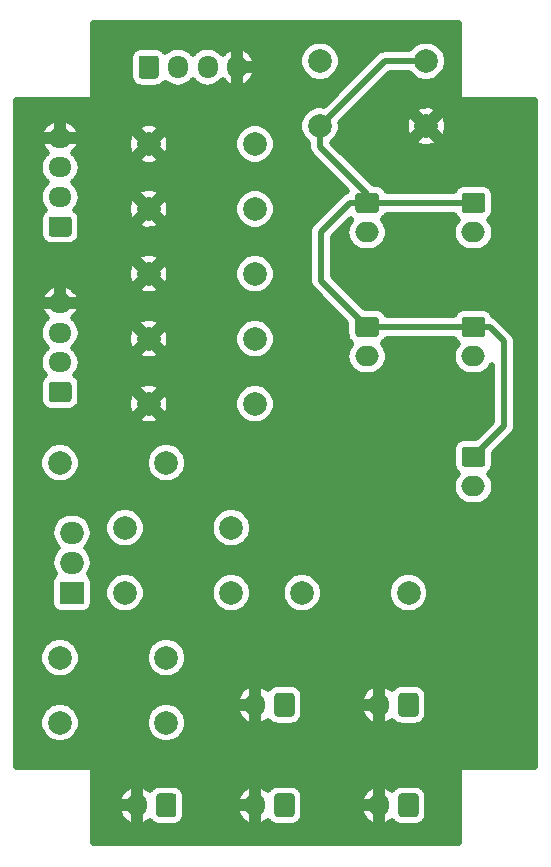
<source format=gbr>
%TF.GenerationSoftware,KiCad,Pcbnew,5.1.10-88a1d61d58~90~ubuntu20.04.1*%
%TF.CreationDate,2022-01-16T21:22:27+00:00*%
%TF.ProjectId,ir_sensor,69725f73-656e-4736-9f72-2e6b69636164,rev?*%
%TF.SameCoordinates,Original*%
%TF.FileFunction,Copper,L2,Bot*%
%TF.FilePolarity,Positive*%
%FSLAX46Y46*%
G04 Gerber Fmt 4.6, Leading zero omitted, Abs format (unit mm)*
G04 Created by KiCad (PCBNEW 5.1.10-88a1d61d58~90~ubuntu20.04.1) date 2022-01-16 21:22:27*
%MOMM*%
%LPD*%
G01*
G04 APERTURE LIST*
%TA.AperFunction,ComponentPad*%
%ADD10C,2.000000*%
%TD*%
%TA.AperFunction,ComponentPad*%
%ADD11O,2.000000X1.905000*%
%TD*%
%TA.AperFunction,ComponentPad*%
%ADD12R,2.000000X1.905000*%
%TD*%
%TA.AperFunction,ComponentPad*%
%ADD13O,2.000000X1.700000*%
%TD*%
%TA.AperFunction,ComponentPad*%
%ADD14O,1.700000X2.000000*%
%TD*%
%TA.AperFunction,ComponentPad*%
%ADD15O,1.950000X1.700000*%
%TD*%
%TA.AperFunction,ComponentPad*%
%ADD16O,1.700000X1.950000*%
%TD*%
%TA.AperFunction,Conductor*%
%ADD17C,0.500000*%
%TD*%
%TA.AperFunction,Conductor*%
%ADD18C,0.100000*%
%TD*%
G04 APERTURE END LIST*
D10*
%TO.P,R13,2*%
%TO.N,GND*%
X94000000Y-53000000D03*
%TO.P,R13,1*%
%TO.N,d_4*%
X103000000Y-53000000D03*
%TD*%
%TO.P,R12,2*%
%TO.N,GND*%
X94000000Y-58500000D03*
%TO.P,R12,1*%
%TO.N,d_5*%
X103000000Y-58500000D03*
%TD*%
%TO.P,R11,2*%
%TO.N,GND*%
X94000000Y-42000000D03*
%TO.P,R11,1*%
%TO.N,d_2*%
X103000000Y-42000000D03*
%TD*%
%TO.P,R10,2*%
%TO.N,GND*%
X94000000Y-47500000D03*
%TO.P,R10,1*%
%TO.N,d_3*%
X103000000Y-47500000D03*
%TD*%
%TO.P,R9,2*%
%TO.N,GND*%
X117500000Y-35000000D03*
%TO.P,R9,1*%
%TO.N,+3V3*%
X108500000Y-35000000D03*
%TD*%
%TO.P,R8,2*%
%TO.N,+3V3*%
X117500000Y-29500000D03*
%TO.P,R8,1*%
%TO.N,+5V*%
X108500000Y-29500000D03*
%TD*%
%TO.P,R7,1*%
%TO.N,Vdrive*%
X107000000Y-74500000D03*
%TO.P,R7,2*%
%TO.N,Net-(J8-Pad1)*%
X116000000Y-74500000D03*
%TD*%
%TO.P,R6,1*%
%TO.N,Vdrive*%
X86500000Y-85500000D03*
%TO.P,R6,2*%
%TO.N,Net-(J7-Pad1)*%
X95500000Y-85500000D03*
%TD*%
%TO.P,R5,1*%
%TO.N,Vdrive*%
X92000000Y-74500000D03*
%TO.P,R5,2*%
%TO.N,Net-(J6-Pad1)*%
X101000000Y-74500000D03*
%TD*%
%TO.P,R4,2*%
%TO.N,Net-(Q1-Pad1)*%
X86500000Y-63500000D03*
%TO.P,R4,1*%
%TO.N,sw_led*%
X95500000Y-63500000D03*
%TD*%
%TO.P,R3,1*%
%TO.N,Vdrive*%
X86500000Y-80000000D03*
%TO.P,R3,2*%
%TO.N,Net-(J5-Pad1)*%
X95500000Y-80000000D03*
%TD*%
D11*
%TO.P,Q1,3*%
%TO.N,Vdrive*%
X87500000Y-69420000D03*
%TO.P,Q1,2*%
%TO.N,+5V*%
X87500000Y-71960000D03*
D12*
%TO.P,Q1,1*%
%TO.N,Net-(Q1-Pad1)*%
X87500000Y-74500000D03*
%TD*%
D13*
%TO.P,J13,2*%
%TO.N,d_3*%
X112500000Y-54500000D03*
%TO.P,J13,1*%
%TO.N,+3V3*%
%TA.AperFunction,ComponentPad*%
G36*
G01*
X111750000Y-51150000D02*
X113250000Y-51150000D01*
G75*
G02*
X113500000Y-51400000I0J-250000D01*
G01*
X113500000Y-52600000D01*
G75*
G02*
X113250000Y-52850000I-250000J0D01*
G01*
X111750000Y-52850000D01*
G75*
G02*
X111500000Y-52600000I0J250000D01*
G01*
X111500000Y-51400000D01*
G75*
G02*
X111750000Y-51150000I250000J0D01*
G01*
G37*
%TD.AperFunction*%
%TD*%
%TO.P,J12,2*%
%TO.N,d_5*%
X121500000Y-65500000D03*
%TO.P,J12,1*%
%TO.N,+3V3*%
%TA.AperFunction,ComponentPad*%
G36*
G01*
X120750000Y-62150000D02*
X122250000Y-62150000D01*
G75*
G02*
X122500000Y-62400000I0J-250000D01*
G01*
X122500000Y-63600000D01*
G75*
G02*
X122250000Y-63850000I-250000J0D01*
G01*
X120750000Y-63850000D01*
G75*
G02*
X120500000Y-63600000I0J250000D01*
G01*
X120500000Y-62400000D01*
G75*
G02*
X120750000Y-62150000I250000J0D01*
G01*
G37*
%TD.AperFunction*%
%TD*%
%TO.P,J11,2*%
%TO.N,d_2*%
X121500000Y-44000000D03*
%TO.P,J11,1*%
%TO.N,+3V3*%
%TA.AperFunction,ComponentPad*%
G36*
G01*
X120750000Y-40650000D02*
X122250000Y-40650000D01*
G75*
G02*
X122500000Y-40900000I0J-250000D01*
G01*
X122500000Y-42100000D01*
G75*
G02*
X122250000Y-42350000I-250000J0D01*
G01*
X120750000Y-42350000D01*
G75*
G02*
X120500000Y-42100000I0J250000D01*
G01*
X120500000Y-40900000D01*
G75*
G02*
X120750000Y-40650000I250000J0D01*
G01*
G37*
%TD.AperFunction*%
%TD*%
%TO.P,J10,2*%
%TO.N,d_4*%
X121500000Y-54500000D03*
%TO.P,J10,1*%
%TO.N,+3V3*%
%TA.AperFunction,ComponentPad*%
G36*
G01*
X120750000Y-51150000D02*
X122250000Y-51150000D01*
G75*
G02*
X122500000Y-51400000I0J-250000D01*
G01*
X122500000Y-52600000D01*
G75*
G02*
X122250000Y-52850000I-250000J0D01*
G01*
X120750000Y-52850000D01*
G75*
G02*
X120500000Y-52600000I0J250000D01*
G01*
X120500000Y-51400000D01*
G75*
G02*
X120750000Y-51150000I250000J0D01*
G01*
G37*
%TD.AperFunction*%
%TD*%
%TO.P,J9,2*%
%TO.N,d_1*%
X112500000Y-44000000D03*
%TO.P,J9,1*%
%TO.N,+3V3*%
%TA.AperFunction,ComponentPad*%
G36*
G01*
X111750000Y-40650000D02*
X113250000Y-40650000D01*
G75*
G02*
X113500000Y-40900000I0J-250000D01*
G01*
X113500000Y-42100000D01*
G75*
G02*
X113250000Y-42350000I-250000J0D01*
G01*
X111750000Y-42350000D01*
G75*
G02*
X111500000Y-42100000I0J250000D01*
G01*
X111500000Y-40900000D01*
G75*
G02*
X111750000Y-40650000I250000J0D01*
G01*
G37*
%TD.AperFunction*%
%TD*%
D14*
%TO.P,J8,2*%
%TO.N,GND*%
X113500000Y-84000000D03*
%TO.P,J8,1*%
%TO.N,Net-(J8-Pad1)*%
%TA.AperFunction,ComponentPad*%
G36*
G01*
X116850000Y-83250000D02*
X116850000Y-84750000D01*
G75*
G02*
X116600000Y-85000000I-250000J0D01*
G01*
X115400000Y-85000000D01*
G75*
G02*
X115150000Y-84750000I0J250000D01*
G01*
X115150000Y-83250000D01*
G75*
G02*
X115400000Y-83000000I250000J0D01*
G01*
X116600000Y-83000000D01*
G75*
G02*
X116850000Y-83250000I0J-250000D01*
G01*
G37*
%TD.AperFunction*%
%TD*%
%TO.P,J7,2*%
%TO.N,GND*%
X103000000Y-92500000D03*
%TO.P,J7,1*%
%TO.N,Net-(J7-Pad1)*%
%TA.AperFunction,ComponentPad*%
G36*
G01*
X106350000Y-91750000D02*
X106350000Y-93250000D01*
G75*
G02*
X106100000Y-93500000I-250000J0D01*
G01*
X104900000Y-93500000D01*
G75*
G02*
X104650000Y-93250000I0J250000D01*
G01*
X104650000Y-91750000D01*
G75*
G02*
X104900000Y-91500000I250000J0D01*
G01*
X106100000Y-91500000D01*
G75*
G02*
X106350000Y-91750000I0J-250000D01*
G01*
G37*
%TD.AperFunction*%
%TD*%
%TO.P,J6,2*%
%TO.N,GND*%
X113500000Y-92500000D03*
%TO.P,J6,1*%
%TO.N,Net-(J6-Pad1)*%
%TA.AperFunction,ComponentPad*%
G36*
G01*
X116850000Y-91750000D02*
X116850000Y-93250000D01*
G75*
G02*
X116600000Y-93500000I-250000J0D01*
G01*
X115400000Y-93500000D01*
G75*
G02*
X115150000Y-93250000I0J250000D01*
G01*
X115150000Y-91750000D01*
G75*
G02*
X115400000Y-91500000I250000J0D01*
G01*
X116600000Y-91500000D01*
G75*
G02*
X116850000Y-91750000I0J-250000D01*
G01*
G37*
%TD.AperFunction*%
%TD*%
%TO.P,J5,2*%
%TO.N,GND*%
X93000000Y-92500000D03*
%TO.P,J5,1*%
%TO.N,Net-(J5-Pad1)*%
%TA.AperFunction,ComponentPad*%
G36*
G01*
X96350000Y-91750000D02*
X96350000Y-93250000D01*
G75*
G02*
X96100000Y-93500000I-250000J0D01*
G01*
X94900000Y-93500000D01*
G75*
G02*
X94650000Y-93250000I0J250000D01*
G01*
X94650000Y-91750000D01*
G75*
G02*
X94900000Y-91500000I250000J0D01*
G01*
X96100000Y-91500000D01*
G75*
G02*
X96350000Y-91750000I0J-250000D01*
G01*
G37*
%TD.AperFunction*%
%TD*%
%TO.P,J4,2*%
%TO.N,GND*%
X103000000Y-84000000D03*
%TO.P,J4,1*%
%TO.N,Net-(J4-Pad1)*%
%TA.AperFunction,ComponentPad*%
G36*
G01*
X106350000Y-83250000D02*
X106350000Y-84750000D01*
G75*
G02*
X106100000Y-85000000I-250000J0D01*
G01*
X104900000Y-85000000D01*
G75*
G02*
X104650000Y-84750000I0J250000D01*
G01*
X104650000Y-83250000D01*
G75*
G02*
X104900000Y-83000000I250000J0D01*
G01*
X106100000Y-83000000D01*
G75*
G02*
X106350000Y-83250000I0J-250000D01*
G01*
G37*
%TD.AperFunction*%
%TD*%
D15*
%TO.P,J3,4*%
%TO.N,GND*%
X86500000Y-50000000D03*
%TO.P,J3,3*%
%TO.N,+5V*%
X86500000Y-52500000D03*
%TO.P,J3,2*%
%TO.N,d_5*%
X86500000Y-55000000D03*
%TO.P,J3,1*%
%TO.N,sw_led*%
%TA.AperFunction,ComponentPad*%
G36*
G01*
X87225000Y-58350000D02*
X85775000Y-58350000D01*
G75*
G02*
X85525000Y-58100000I0J250000D01*
G01*
X85525000Y-56900000D01*
G75*
G02*
X85775000Y-56650000I250000J0D01*
G01*
X87225000Y-56650000D01*
G75*
G02*
X87475000Y-56900000I0J-250000D01*
G01*
X87475000Y-58100000D01*
G75*
G02*
X87225000Y-58350000I-250000J0D01*
G01*
G37*
%TD.AperFunction*%
%TD*%
%TO.P,J2,4*%
%TO.N,GND*%
X86500000Y-36000000D03*
%TO.P,J2,3*%
%TO.N,+5V*%
X86500000Y-38500000D03*
%TO.P,J2,2*%
%TO.N,d_3*%
X86500000Y-41000000D03*
%TO.P,J2,1*%
%TO.N,d_4*%
%TA.AperFunction,ComponentPad*%
G36*
G01*
X87225000Y-44350000D02*
X85775000Y-44350000D01*
G75*
G02*
X85525000Y-44100000I0J250000D01*
G01*
X85525000Y-42900000D01*
G75*
G02*
X85775000Y-42650000I250000J0D01*
G01*
X87225000Y-42650000D01*
G75*
G02*
X87475000Y-42900000I0J-250000D01*
G01*
X87475000Y-44100000D01*
G75*
G02*
X87225000Y-44350000I-250000J0D01*
G01*
G37*
%TD.AperFunction*%
%TD*%
D10*
%TO.P,R2,2*%
%TO.N,GND*%
X94000000Y-36500000D03*
%TO.P,R2,1*%
%TO.N,d_1*%
X103000000Y-36500000D03*
%TD*%
%TO.P,R1,1*%
%TO.N,Vdrive*%
X92000000Y-69000000D03*
%TO.P,R1,2*%
%TO.N,Net-(J4-Pad1)*%
X101000000Y-69000000D03*
%TD*%
D16*
%TO.P,J1,4*%
%TO.N,GND*%
X101500000Y-30000000D03*
%TO.P,J1,3*%
%TO.N,+5V*%
X99000000Y-30000000D03*
%TO.P,J1,2*%
%TO.N,d_1*%
X96500000Y-30000000D03*
%TO.P,J1,1*%
%TO.N,d_2*%
%TA.AperFunction,ComponentPad*%
G36*
G01*
X93150000Y-30725000D02*
X93150000Y-29275000D01*
G75*
G02*
X93400000Y-29025000I250000J0D01*
G01*
X94600000Y-29025000D01*
G75*
G02*
X94850000Y-29275000I0J-250000D01*
G01*
X94850000Y-30725000D01*
G75*
G02*
X94600000Y-30975000I-250000J0D01*
G01*
X93400000Y-30975000D01*
G75*
G02*
X93150000Y-30725000I0J250000D01*
G01*
G37*
%TD.AperFunction*%
%TD*%
D17*
%TO.N,+3V3*%
X114000000Y-29500000D02*
X108500000Y-35000000D01*
X117500000Y-29500000D02*
X114000000Y-29500000D01*
X108500000Y-35000000D02*
X108500000Y-36745000D01*
X112500000Y-40745000D02*
X112500000Y-41500000D01*
X108500000Y-36745000D02*
X112500000Y-40745000D01*
X112500000Y-41500000D02*
X121500000Y-41500000D01*
X112500000Y-41500000D02*
X111027000Y-41500000D01*
X111027000Y-41500000D02*
X108585000Y-43942000D01*
X108585000Y-48085000D02*
X112500000Y-52000000D01*
X108585000Y-43942000D02*
X108585000Y-48085000D01*
X112500000Y-52000000D02*
X121500000Y-52000000D01*
X121500000Y-52000000D02*
X122866000Y-52000000D01*
X122866000Y-52000000D02*
X124079000Y-53213000D01*
X124079000Y-60421000D02*
X121500000Y-63000000D01*
X124079000Y-53213000D02*
X124079000Y-60421000D01*
%TD*%
%TO.N,GND*%
X120250000Y-32500000D02*
X120254804Y-32548773D01*
X120269030Y-32595671D01*
X120292133Y-32638893D01*
X120323223Y-32676777D01*
X120361107Y-32707867D01*
X120404329Y-32730970D01*
X120451227Y-32745196D01*
X120500000Y-32750000D01*
X126725000Y-32750000D01*
X126725001Y-89250000D01*
X120500000Y-89250000D01*
X120451227Y-89254804D01*
X120404329Y-89269030D01*
X120361107Y-89292133D01*
X120323223Y-89323223D01*
X120292133Y-89361107D01*
X120269030Y-89404329D01*
X120254804Y-89451227D01*
X120250000Y-89500000D01*
X120250000Y-95725000D01*
X89250000Y-95725000D01*
X89250000Y-92997839D01*
X91443074Y-92997839D01*
X91540850Y-93294897D01*
X91694700Y-93567172D01*
X91898712Y-93804200D01*
X92145046Y-93996873D01*
X92424236Y-94137786D01*
X92505857Y-94171783D01*
X92750000Y-94040200D01*
X92750000Y-92750000D01*
X91595328Y-92750000D01*
X91443074Y-92997839D01*
X89250000Y-92997839D01*
X89250000Y-92002161D01*
X91443074Y-92002161D01*
X91595328Y-92250000D01*
X92750000Y-92250000D01*
X92750000Y-90959800D01*
X93250000Y-90959800D01*
X93250000Y-92250000D01*
X93270000Y-92250000D01*
X93270000Y-92750000D01*
X93250000Y-92750000D01*
X93250000Y-94040200D01*
X93494143Y-94171783D01*
X93575764Y-94137786D01*
X93854954Y-93996873D01*
X94077807Y-93822566D01*
X94190328Y-93959672D01*
X94342414Y-94084486D01*
X94515928Y-94177231D01*
X94704202Y-94234344D01*
X94900000Y-94253628D01*
X96100000Y-94253628D01*
X96295798Y-94234344D01*
X96484072Y-94177231D01*
X96657586Y-94084486D01*
X96809672Y-93959672D01*
X96934486Y-93807586D01*
X97027231Y-93634072D01*
X97084344Y-93445798D01*
X97103628Y-93250000D01*
X97103628Y-92997839D01*
X101443074Y-92997839D01*
X101540850Y-93294897D01*
X101694700Y-93567172D01*
X101898712Y-93804200D01*
X102145046Y-93996873D01*
X102424236Y-94137786D01*
X102505857Y-94171783D01*
X102750000Y-94040200D01*
X102750000Y-92750000D01*
X101595328Y-92750000D01*
X101443074Y-92997839D01*
X97103628Y-92997839D01*
X97103628Y-92002161D01*
X101443074Y-92002161D01*
X101595328Y-92250000D01*
X102750000Y-92250000D01*
X102750000Y-90959800D01*
X103250000Y-90959800D01*
X103250000Y-92250000D01*
X103270000Y-92250000D01*
X103270000Y-92750000D01*
X103250000Y-92750000D01*
X103250000Y-94040200D01*
X103494143Y-94171783D01*
X103575764Y-94137786D01*
X103854954Y-93996873D01*
X104077807Y-93822566D01*
X104190328Y-93959672D01*
X104342414Y-94084486D01*
X104515928Y-94177231D01*
X104704202Y-94234344D01*
X104900000Y-94253628D01*
X106100000Y-94253628D01*
X106295798Y-94234344D01*
X106484072Y-94177231D01*
X106657586Y-94084486D01*
X106809672Y-93959672D01*
X106934486Y-93807586D01*
X107027231Y-93634072D01*
X107084344Y-93445798D01*
X107103628Y-93250000D01*
X107103628Y-92997839D01*
X111943074Y-92997839D01*
X112040850Y-93294897D01*
X112194700Y-93567172D01*
X112398712Y-93804200D01*
X112645046Y-93996873D01*
X112924236Y-94137786D01*
X113005857Y-94171783D01*
X113250000Y-94040200D01*
X113250000Y-92750000D01*
X112095328Y-92750000D01*
X111943074Y-92997839D01*
X107103628Y-92997839D01*
X107103628Y-92002161D01*
X111943074Y-92002161D01*
X112095328Y-92250000D01*
X113250000Y-92250000D01*
X113250000Y-90959800D01*
X113750000Y-90959800D01*
X113750000Y-92250000D01*
X113770000Y-92250000D01*
X113770000Y-92750000D01*
X113750000Y-92750000D01*
X113750000Y-94040200D01*
X113994143Y-94171783D01*
X114075764Y-94137786D01*
X114354954Y-93996873D01*
X114577807Y-93822566D01*
X114690328Y-93959672D01*
X114842414Y-94084486D01*
X115015928Y-94177231D01*
X115204202Y-94234344D01*
X115400000Y-94253628D01*
X116600000Y-94253628D01*
X116795798Y-94234344D01*
X116984072Y-94177231D01*
X117157586Y-94084486D01*
X117309672Y-93959672D01*
X117434486Y-93807586D01*
X117527231Y-93634072D01*
X117584344Y-93445798D01*
X117603628Y-93250000D01*
X117603628Y-91750000D01*
X117584344Y-91554202D01*
X117527231Y-91365928D01*
X117434486Y-91192414D01*
X117309672Y-91040328D01*
X117157586Y-90915514D01*
X116984072Y-90822769D01*
X116795798Y-90765656D01*
X116600000Y-90746372D01*
X115400000Y-90746372D01*
X115204202Y-90765656D01*
X115015928Y-90822769D01*
X114842414Y-90915514D01*
X114690328Y-91040328D01*
X114577807Y-91177434D01*
X114354954Y-91003127D01*
X114075764Y-90862214D01*
X113994143Y-90828217D01*
X113750000Y-90959800D01*
X113250000Y-90959800D01*
X113005857Y-90828217D01*
X112924236Y-90862214D01*
X112645046Y-91003127D01*
X112398712Y-91195800D01*
X112194700Y-91432828D01*
X112040850Y-91705103D01*
X111943074Y-92002161D01*
X107103628Y-92002161D01*
X107103628Y-91750000D01*
X107084344Y-91554202D01*
X107027231Y-91365928D01*
X106934486Y-91192414D01*
X106809672Y-91040328D01*
X106657586Y-90915514D01*
X106484072Y-90822769D01*
X106295798Y-90765656D01*
X106100000Y-90746372D01*
X104900000Y-90746372D01*
X104704202Y-90765656D01*
X104515928Y-90822769D01*
X104342414Y-90915514D01*
X104190328Y-91040328D01*
X104077807Y-91177434D01*
X103854954Y-91003127D01*
X103575764Y-90862214D01*
X103494143Y-90828217D01*
X103250000Y-90959800D01*
X102750000Y-90959800D01*
X102505857Y-90828217D01*
X102424236Y-90862214D01*
X102145046Y-91003127D01*
X101898712Y-91195800D01*
X101694700Y-91432828D01*
X101540850Y-91705103D01*
X101443074Y-92002161D01*
X97103628Y-92002161D01*
X97103628Y-91750000D01*
X97084344Y-91554202D01*
X97027231Y-91365928D01*
X96934486Y-91192414D01*
X96809672Y-91040328D01*
X96657586Y-90915514D01*
X96484072Y-90822769D01*
X96295798Y-90765656D01*
X96100000Y-90746372D01*
X94900000Y-90746372D01*
X94704202Y-90765656D01*
X94515928Y-90822769D01*
X94342414Y-90915514D01*
X94190328Y-91040328D01*
X94077807Y-91177434D01*
X93854954Y-91003127D01*
X93575764Y-90862214D01*
X93494143Y-90828217D01*
X93250000Y-90959800D01*
X92750000Y-90959800D01*
X92505857Y-90828217D01*
X92424236Y-90862214D01*
X92145046Y-91003127D01*
X91898712Y-91195800D01*
X91694700Y-91432828D01*
X91540850Y-91705103D01*
X91443074Y-92002161D01*
X89250000Y-92002161D01*
X89250000Y-89500000D01*
X89245196Y-89451227D01*
X89230970Y-89404329D01*
X89207867Y-89361107D01*
X89176777Y-89323223D01*
X89138893Y-89292133D01*
X89095671Y-89269030D01*
X89048773Y-89254804D01*
X89000000Y-89250000D01*
X82775000Y-89250000D01*
X82775000Y-85327640D01*
X84750000Y-85327640D01*
X84750000Y-85672360D01*
X84817251Y-86010456D01*
X84949170Y-86328936D01*
X85140686Y-86615560D01*
X85384440Y-86859314D01*
X85671064Y-87050830D01*
X85989544Y-87182749D01*
X86327640Y-87250000D01*
X86672360Y-87250000D01*
X87010456Y-87182749D01*
X87328936Y-87050830D01*
X87615560Y-86859314D01*
X87859314Y-86615560D01*
X88050830Y-86328936D01*
X88182749Y-86010456D01*
X88250000Y-85672360D01*
X88250000Y-85327640D01*
X93750000Y-85327640D01*
X93750000Y-85672360D01*
X93817251Y-86010456D01*
X93949170Y-86328936D01*
X94140686Y-86615560D01*
X94384440Y-86859314D01*
X94671064Y-87050830D01*
X94989544Y-87182749D01*
X95327640Y-87250000D01*
X95672360Y-87250000D01*
X96010456Y-87182749D01*
X96328936Y-87050830D01*
X96615560Y-86859314D01*
X96859314Y-86615560D01*
X97050830Y-86328936D01*
X97182749Y-86010456D01*
X97250000Y-85672360D01*
X97250000Y-85327640D01*
X97182749Y-84989544D01*
X97050830Y-84671064D01*
X96935085Y-84497839D01*
X101443074Y-84497839D01*
X101540850Y-84794897D01*
X101694700Y-85067172D01*
X101898712Y-85304200D01*
X102145046Y-85496873D01*
X102424236Y-85637786D01*
X102505857Y-85671783D01*
X102750000Y-85540200D01*
X102750000Y-84250000D01*
X101595328Y-84250000D01*
X101443074Y-84497839D01*
X96935085Y-84497839D01*
X96859314Y-84384440D01*
X96615560Y-84140686D01*
X96328936Y-83949170D01*
X96010456Y-83817251D01*
X95672360Y-83750000D01*
X95327640Y-83750000D01*
X94989544Y-83817251D01*
X94671064Y-83949170D01*
X94384440Y-84140686D01*
X94140686Y-84384440D01*
X93949170Y-84671064D01*
X93817251Y-84989544D01*
X93750000Y-85327640D01*
X88250000Y-85327640D01*
X88182749Y-84989544D01*
X88050830Y-84671064D01*
X87859314Y-84384440D01*
X87615560Y-84140686D01*
X87328936Y-83949170D01*
X87010456Y-83817251D01*
X86672360Y-83750000D01*
X86327640Y-83750000D01*
X85989544Y-83817251D01*
X85671064Y-83949170D01*
X85384440Y-84140686D01*
X85140686Y-84384440D01*
X84949170Y-84671064D01*
X84817251Y-84989544D01*
X84750000Y-85327640D01*
X82775000Y-85327640D01*
X82775000Y-83502161D01*
X101443074Y-83502161D01*
X101595328Y-83750000D01*
X102750000Y-83750000D01*
X102750000Y-82459800D01*
X103250000Y-82459800D01*
X103250000Y-83750000D01*
X103270000Y-83750000D01*
X103270000Y-84250000D01*
X103250000Y-84250000D01*
X103250000Y-85540200D01*
X103494143Y-85671783D01*
X103575764Y-85637786D01*
X103854954Y-85496873D01*
X104077807Y-85322566D01*
X104190328Y-85459672D01*
X104342414Y-85584486D01*
X104515928Y-85677231D01*
X104704202Y-85734344D01*
X104900000Y-85753628D01*
X106100000Y-85753628D01*
X106295798Y-85734344D01*
X106484072Y-85677231D01*
X106657586Y-85584486D01*
X106809672Y-85459672D01*
X106934486Y-85307586D01*
X107027231Y-85134072D01*
X107084344Y-84945798D01*
X107103628Y-84750000D01*
X107103628Y-84497839D01*
X111943074Y-84497839D01*
X112040850Y-84794897D01*
X112194700Y-85067172D01*
X112398712Y-85304200D01*
X112645046Y-85496873D01*
X112924236Y-85637786D01*
X113005857Y-85671783D01*
X113250000Y-85540200D01*
X113250000Y-84250000D01*
X112095328Y-84250000D01*
X111943074Y-84497839D01*
X107103628Y-84497839D01*
X107103628Y-83502161D01*
X111943074Y-83502161D01*
X112095328Y-83750000D01*
X113250000Y-83750000D01*
X113250000Y-82459800D01*
X113750000Y-82459800D01*
X113750000Y-83750000D01*
X113770000Y-83750000D01*
X113770000Y-84250000D01*
X113750000Y-84250000D01*
X113750000Y-85540200D01*
X113994143Y-85671783D01*
X114075764Y-85637786D01*
X114354954Y-85496873D01*
X114577807Y-85322566D01*
X114690328Y-85459672D01*
X114842414Y-85584486D01*
X115015928Y-85677231D01*
X115204202Y-85734344D01*
X115400000Y-85753628D01*
X116600000Y-85753628D01*
X116795798Y-85734344D01*
X116984072Y-85677231D01*
X117157586Y-85584486D01*
X117309672Y-85459672D01*
X117434486Y-85307586D01*
X117527231Y-85134072D01*
X117584344Y-84945798D01*
X117603628Y-84750000D01*
X117603628Y-83250000D01*
X117584344Y-83054202D01*
X117527231Y-82865928D01*
X117434486Y-82692414D01*
X117309672Y-82540328D01*
X117157586Y-82415514D01*
X116984072Y-82322769D01*
X116795798Y-82265656D01*
X116600000Y-82246372D01*
X115400000Y-82246372D01*
X115204202Y-82265656D01*
X115015928Y-82322769D01*
X114842414Y-82415514D01*
X114690328Y-82540328D01*
X114577807Y-82677434D01*
X114354954Y-82503127D01*
X114075764Y-82362214D01*
X113994143Y-82328217D01*
X113750000Y-82459800D01*
X113250000Y-82459800D01*
X113005857Y-82328217D01*
X112924236Y-82362214D01*
X112645046Y-82503127D01*
X112398712Y-82695800D01*
X112194700Y-82932828D01*
X112040850Y-83205103D01*
X111943074Y-83502161D01*
X107103628Y-83502161D01*
X107103628Y-83250000D01*
X107084344Y-83054202D01*
X107027231Y-82865928D01*
X106934486Y-82692414D01*
X106809672Y-82540328D01*
X106657586Y-82415514D01*
X106484072Y-82322769D01*
X106295798Y-82265656D01*
X106100000Y-82246372D01*
X104900000Y-82246372D01*
X104704202Y-82265656D01*
X104515928Y-82322769D01*
X104342414Y-82415514D01*
X104190328Y-82540328D01*
X104077807Y-82677434D01*
X103854954Y-82503127D01*
X103575764Y-82362214D01*
X103494143Y-82328217D01*
X103250000Y-82459800D01*
X102750000Y-82459800D01*
X102505857Y-82328217D01*
X102424236Y-82362214D01*
X102145046Y-82503127D01*
X101898712Y-82695800D01*
X101694700Y-82932828D01*
X101540850Y-83205103D01*
X101443074Y-83502161D01*
X82775000Y-83502161D01*
X82775000Y-79827640D01*
X84750000Y-79827640D01*
X84750000Y-80172360D01*
X84817251Y-80510456D01*
X84949170Y-80828936D01*
X85140686Y-81115560D01*
X85384440Y-81359314D01*
X85671064Y-81550830D01*
X85989544Y-81682749D01*
X86327640Y-81750000D01*
X86672360Y-81750000D01*
X87010456Y-81682749D01*
X87328936Y-81550830D01*
X87615560Y-81359314D01*
X87859314Y-81115560D01*
X88050830Y-80828936D01*
X88182749Y-80510456D01*
X88250000Y-80172360D01*
X88250000Y-79827640D01*
X93750000Y-79827640D01*
X93750000Y-80172360D01*
X93817251Y-80510456D01*
X93949170Y-80828936D01*
X94140686Y-81115560D01*
X94384440Y-81359314D01*
X94671064Y-81550830D01*
X94989544Y-81682749D01*
X95327640Y-81750000D01*
X95672360Y-81750000D01*
X96010456Y-81682749D01*
X96328936Y-81550830D01*
X96615560Y-81359314D01*
X96859314Y-81115560D01*
X97050830Y-80828936D01*
X97182749Y-80510456D01*
X97250000Y-80172360D01*
X97250000Y-79827640D01*
X97182749Y-79489544D01*
X97050830Y-79171064D01*
X96859314Y-78884440D01*
X96615560Y-78640686D01*
X96328936Y-78449170D01*
X96010456Y-78317251D01*
X95672360Y-78250000D01*
X95327640Y-78250000D01*
X94989544Y-78317251D01*
X94671064Y-78449170D01*
X94384440Y-78640686D01*
X94140686Y-78884440D01*
X93949170Y-79171064D01*
X93817251Y-79489544D01*
X93750000Y-79827640D01*
X88250000Y-79827640D01*
X88182749Y-79489544D01*
X88050830Y-79171064D01*
X87859314Y-78884440D01*
X87615560Y-78640686D01*
X87328936Y-78449170D01*
X87010456Y-78317251D01*
X86672360Y-78250000D01*
X86327640Y-78250000D01*
X85989544Y-78317251D01*
X85671064Y-78449170D01*
X85384440Y-78640686D01*
X85140686Y-78884440D01*
X84949170Y-79171064D01*
X84817251Y-79489544D01*
X84750000Y-79827640D01*
X82775000Y-79827640D01*
X82775000Y-69420000D01*
X85741763Y-69420000D01*
X85774634Y-69753748D01*
X85871985Y-70074671D01*
X86030074Y-70370435D01*
X86242826Y-70629674D01*
X86316333Y-70690000D01*
X86242826Y-70750326D01*
X86030074Y-71009565D01*
X85871985Y-71305329D01*
X85774634Y-71626252D01*
X85741763Y-71960000D01*
X85774634Y-72293748D01*
X85871985Y-72614671D01*
X86030074Y-72910435D01*
X86055816Y-72941801D01*
X85967105Y-73014605D01*
X85873381Y-73128807D01*
X85803739Y-73259099D01*
X85760853Y-73400474D01*
X85746372Y-73547500D01*
X85746372Y-75452500D01*
X85760853Y-75599526D01*
X85803739Y-75740901D01*
X85873381Y-75871193D01*
X85967105Y-75985395D01*
X86081307Y-76079119D01*
X86211599Y-76148761D01*
X86352974Y-76191647D01*
X86500000Y-76206128D01*
X88500000Y-76206128D01*
X88647026Y-76191647D01*
X88788401Y-76148761D01*
X88918693Y-76079119D01*
X89032895Y-75985395D01*
X89126619Y-75871193D01*
X89196261Y-75740901D01*
X89239147Y-75599526D01*
X89253628Y-75452500D01*
X89253628Y-74327640D01*
X90250000Y-74327640D01*
X90250000Y-74672360D01*
X90317251Y-75010456D01*
X90449170Y-75328936D01*
X90640686Y-75615560D01*
X90884440Y-75859314D01*
X91171064Y-76050830D01*
X91489544Y-76182749D01*
X91827640Y-76250000D01*
X92172360Y-76250000D01*
X92510456Y-76182749D01*
X92828936Y-76050830D01*
X93115560Y-75859314D01*
X93359314Y-75615560D01*
X93550830Y-75328936D01*
X93682749Y-75010456D01*
X93750000Y-74672360D01*
X93750000Y-74327640D01*
X99250000Y-74327640D01*
X99250000Y-74672360D01*
X99317251Y-75010456D01*
X99449170Y-75328936D01*
X99640686Y-75615560D01*
X99884440Y-75859314D01*
X100171064Y-76050830D01*
X100489544Y-76182749D01*
X100827640Y-76250000D01*
X101172360Y-76250000D01*
X101510456Y-76182749D01*
X101828936Y-76050830D01*
X102115560Y-75859314D01*
X102359314Y-75615560D01*
X102550830Y-75328936D01*
X102682749Y-75010456D01*
X102750000Y-74672360D01*
X102750000Y-74327640D01*
X105250000Y-74327640D01*
X105250000Y-74672360D01*
X105317251Y-75010456D01*
X105449170Y-75328936D01*
X105640686Y-75615560D01*
X105884440Y-75859314D01*
X106171064Y-76050830D01*
X106489544Y-76182749D01*
X106827640Y-76250000D01*
X107172360Y-76250000D01*
X107510456Y-76182749D01*
X107828936Y-76050830D01*
X108115560Y-75859314D01*
X108359314Y-75615560D01*
X108550830Y-75328936D01*
X108682749Y-75010456D01*
X108750000Y-74672360D01*
X108750000Y-74327640D01*
X114250000Y-74327640D01*
X114250000Y-74672360D01*
X114317251Y-75010456D01*
X114449170Y-75328936D01*
X114640686Y-75615560D01*
X114884440Y-75859314D01*
X115171064Y-76050830D01*
X115489544Y-76182749D01*
X115827640Y-76250000D01*
X116172360Y-76250000D01*
X116510456Y-76182749D01*
X116828936Y-76050830D01*
X117115560Y-75859314D01*
X117359314Y-75615560D01*
X117550830Y-75328936D01*
X117682749Y-75010456D01*
X117750000Y-74672360D01*
X117750000Y-74327640D01*
X117682749Y-73989544D01*
X117550830Y-73671064D01*
X117359314Y-73384440D01*
X117115560Y-73140686D01*
X116828936Y-72949170D01*
X116510456Y-72817251D01*
X116172360Y-72750000D01*
X115827640Y-72750000D01*
X115489544Y-72817251D01*
X115171064Y-72949170D01*
X114884440Y-73140686D01*
X114640686Y-73384440D01*
X114449170Y-73671064D01*
X114317251Y-73989544D01*
X114250000Y-74327640D01*
X108750000Y-74327640D01*
X108682749Y-73989544D01*
X108550830Y-73671064D01*
X108359314Y-73384440D01*
X108115560Y-73140686D01*
X107828936Y-72949170D01*
X107510456Y-72817251D01*
X107172360Y-72750000D01*
X106827640Y-72750000D01*
X106489544Y-72817251D01*
X106171064Y-72949170D01*
X105884440Y-73140686D01*
X105640686Y-73384440D01*
X105449170Y-73671064D01*
X105317251Y-73989544D01*
X105250000Y-74327640D01*
X102750000Y-74327640D01*
X102682749Y-73989544D01*
X102550830Y-73671064D01*
X102359314Y-73384440D01*
X102115560Y-73140686D01*
X101828936Y-72949170D01*
X101510456Y-72817251D01*
X101172360Y-72750000D01*
X100827640Y-72750000D01*
X100489544Y-72817251D01*
X100171064Y-72949170D01*
X99884440Y-73140686D01*
X99640686Y-73384440D01*
X99449170Y-73671064D01*
X99317251Y-73989544D01*
X99250000Y-74327640D01*
X93750000Y-74327640D01*
X93682749Y-73989544D01*
X93550830Y-73671064D01*
X93359314Y-73384440D01*
X93115560Y-73140686D01*
X92828936Y-72949170D01*
X92510456Y-72817251D01*
X92172360Y-72750000D01*
X91827640Y-72750000D01*
X91489544Y-72817251D01*
X91171064Y-72949170D01*
X90884440Y-73140686D01*
X90640686Y-73384440D01*
X90449170Y-73671064D01*
X90317251Y-73989544D01*
X90250000Y-74327640D01*
X89253628Y-74327640D01*
X89253628Y-73547500D01*
X89239147Y-73400474D01*
X89196261Y-73259099D01*
X89126619Y-73128807D01*
X89032895Y-73014605D01*
X88944184Y-72941801D01*
X88969926Y-72910435D01*
X89128015Y-72614671D01*
X89225366Y-72293748D01*
X89258237Y-71960000D01*
X89225366Y-71626252D01*
X89128015Y-71305329D01*
X88969926Y-71009565D01*
X88757174Y-70750326D01*
X88683667Y-70690000D01*
X88757174Y-70629674D01*
X88969926Y-70370435D01*
X89128015Y-70074671D01*
X89225366Y-69753748D01*
X89258237Y-69420000D01*
X89225366Y-69086252D01*
X89146917Y-68827640D01*
X90250000Y-68827640D01*
X90250000Y-69172360D01*
X90317251Y-69510456D01*
X90449170Y-69828936D01*
X90640686Y-70115560D01*
X90884440Y-70359314D01*
X91171064Y-70550830D01*
X91489544Y-70682749D01*
X91827640Y-70750000D01*
X92172360Y-70750000D01*
X92510456Y-70682749D01*
X92828936Y-70550830D01*
X93115560Y-70359314D01*
X93359314Y-70115560D01*
X93550830Y-69828936D01*
X93682749Y-69510456D01*
X93750000Y-69172360D01*
X93750000Y-68827640D01*
X99250000Y-68827640D01*
X99250000Y-69172360D01*
X99317251Y-69510456D01*
X99449170Y-69828936D01*
X99640686Y-70115560D01*
X99884440Y-70359314D01*
X100171064Y-70550830D01*
X100489544Y-70682749D01*
X100827640Y-70750000D01*
X101172360Y-70750000D01*
X101510456Y-70682749D01*
X101828936Y-70550830D01*
X102115560Y-70359314D01*
X102359314Y-70115560D01*
X102550830Y-69828936D01*
X102682749Y-69510456D01*
X102750000Y-69172360D01*
X102750000Y-68827640D01*
X102682749Y-68489544D01*
X102550830Y-68171064D01*
X102359314Y-67884440D01*
X102115560Y-67640686D01*
X101828936Y-67449170D01*
X101510456Y-67317251D01*
X101172360Y-67250000D01*
X100827640Y-67250000D01*
X100489544Y-67317251D01*
X100171064Y-67449170D01*
X99884440Y-67640686D01*
X99640686Y-67884440D01*
X99449170Y-68171064D01*
X99317251Y-68489544D01*
X99250000Y-68827640D01*
X93750000Y-68827640D01*
X93682749Y-68489544D01*
X93550830Y-68171064D01*
X93359314Y-67884440D01*
X93115560Y-67640686D01*
X92828936Y-67449170D01*
X92510456Y-67317251D01*
X92172360Y-67250000D01*
X91827640Y-67250000D01*
X91489544Y-67317251D01*
X91171064Y-67449170D01*
X90884440Y-67640686D01*
X90640686Y-67884440D01*
X90449170Y-68171064D01*
X90317251Y-68489544D01*
X90250000Y-68827640D01*
X89146917Y-68827640D01*
X89128015Y-68765329D01*
X88969926Y-68469565D01*
X88757174Y-68210326D01*
X88497935Y-67997574D01*
X88202171Y-67839485D01*
X87881248Y-67742134D01*
X87631132Y-67717500D01*
X87368868Y-67717500D01*
X87118752Y-67742134D01*
X86797829Y-67839485D01*
X86502065Y-67997574D01*
X86242826Y-68210326D01*
X86030074Y-68469565D01*
X85871985Y-68765329D01*
X85774634Y-69086252D01*
X85741763Y-69420000D01*
X82775000Y-69420000D01*
X82775000Y-63327640D01*
X84750000Y-63327640D01*
X84750000Y-63672360D01*
X84817251Y-64010456D01*
X84949170Y-64328936D01*
X85140686Y-64615560D01*
X85384440Y-64859314D01*
X85671064Y-65050830D01*
X85989544Y-65182749D01*
X86327640Y-65250000D01*
X86672360Y-65250000D01*
X87010456Y-65182749D01*
X87328936Y-65050830D01*
X87615560Y-64859314D01*
X87859314Y-64615560D01*
X88050830Y-64328936D01*
X88182749Y-64010456D01*
X88250000Y-63672360D01*
X88250000Y-63327640D01*
X93750000Y-63327640D01*
X93750000Y-63672360D01*
X93817251Y-64010456D01*
X93949170Y-64328936D01*
X94140686Y-64615560D01*
X94384440Y-64859314D01*
X94671064Y-65050830D01*
X94989544Y-65182749D01*
X95327640Y-65250000D01*
X95672360Y-65250000D01*
X96010456Y-65182749D01*
X96328936Y-65050830D01*
X96615560Y-64859314D01*
X96859314Y-64615560D01*
X97050830Y-64328936D01*
X97182749Y-64010456D01*
X97250000Y-63672360D01*
X97250000Y-63327640D01*
X97182749Y-62989544D01*
X97050830Y-62671064D01*
X96859314Y-62384440D01*
X96615560Y-62140686D01*
X96328936Y-61949170D01*
X96010456Y-61817251D01*
X95672360Y-61750000D01*
X95327640Y-61750000D01*
X94989544Y-61817251D01*
X94671064Y-61949170D01*
X94384440Y-62140686D01*
X94140686Y-62384440D01*
X93949170Y-62671064D01*
X93817251Y-62989544D01*
X93750000Y-63327640D01*
X88250000Y-63327640D01*
X88182749Y-62989544D01*
X88050830Y-62671064D01*
X87859314Y-62384440D01*
X87615560Y-62140686D01*
X87328936Y-61949170D01*
X87010456Y-61817251D01*
X86672360Y-61750000D01*
X86327640Y-61750000D01*
X85989544Y-61817251D01*
X85671064Y-61949170D01*
X85384440Y-62140686D01*
X85140686Y-62384440D01*
X84949170Y-62671064D01*
X84817251Y-62989544D01*
X84750000Y-63327640D01*
X82775000Y-63327640D01*
X82775000Y-59773463D01*
X93080091Y-59773463D01*
X93179152Y-60055127D01*
X93498313Y-60185385D01*
X93836755Y-60250875D01*
X94181470Y-60249080D01*
X94519212Y-60180068D01*
X94820848Y-60055127D01*
X94919909Y-59773463D01*
X94000000Y-58853553D01*
X93080091Y-59773463D01*
X82775000Y-59773463D01*
X82775000Y-52500000D01*
X84767259Y-52500000D01*
X84798151Y-52813655D01*
X84889641Y-53115256D01*
X85038212Y-53393213D01*
X85238155Y-53636845D01*
X85376035Y-53750000D01*
X85238155Y-53863155D01*
X85038212Y-54106787D01*
X84889641Y-54384744D01*
X84798151Y-54686345D01*
X84767259Y-55000000D01*
X84798151Y-55313655D01*
X84889641Y-55615256D01*
X85038212Y-55893213D01*
X85194828Y-56084050D01*
X85065328Y-56190328D01*
X84940514Y-56342414D01*
X84847769Y-56515928D01*
X84790656Y-56704202D01*
X84771372Y-56900000D01*
X84771372Y-58100000D01*
X84790656Y-58295798D01*
X84847769Y-58484072D01*
X84940514Y-58657586D01*
X85065328Y-58809672D01*
X85217414Y-58934486D01*
X85390928Y-59027231D01*
X85579202Y-59084344D01*
X85775000Y-59103628D01*
X87225000Y-59103628D01*
X87420798Y-59084344D01*
X87609072Y-59027231D01*
X87782586Y-58934486D01*
X87934672Y-58809672D01*
X88059486Y-58657586D01*
X88152231Y-58484072D01*
X88196919Y-58336755D01*
X92249125Y-58336755D01*
X92250920Y-58681470D01*
X92319932Y-59019212D01*
X92444873Y-59320848D01*
X92726537Y-59419909D01*
X93646447Y-58500000D01*
X94353553Y-58500000D01*
X95273463Y-59419909D01*
X95555127Y-59320848D01*
X95685385Y-59001687D01*
X95750875Y-58663245D01*
X95749128Y-58327640D01*
X101250000Y-58327640D01*
X101250000Y-58672360D01*
X101317251Y-59010456D01*
X101449170Y-59328936D01*
X101640686Y-59615560D01*
X101884440Y-59859314D01*
X102171064Y-60050830D01*
X102489544Y-60182749D01*
X102827640Y-60250000D01*
X103172360Y-60250000D01*
X103510456Y-60182749D01*
X103828936Y-60050830D01*
X104115560Y-59859314D01*
X104359314Y-59615560D01*
X104550830Y-59328936D01*
X104682749Y-59010456D01*
X104750000Y-58672360D01*
X104750000Y-58327640D01*
X104682749Y-57989544D01*
X104550830Y-57671064D01*
X104359314Y-57384440D01*
X104115560Y-57140686D01*
X103828936Y-56949170D01*
X103510456Y-56817251D01*
X103172360Y-56750000D01*
X102827640Y-56750000D01*
X102489544Y-56817251D01*
X102171064Y-56949170D01*
X101884440Y-57140686D01*
X101640686Y-57384440D01*
X101449170Y-57671064D01*
X101317251Y-57989544D01*
X101250000Y-58327640D01*
X95749128Y-58327640D01*
X95749080Y-58318530D01*
X95680068Y-57980788D01*
X95555127Y-57679152D01*
X95273463Y-57580091D01*
X94353553Y-58500000D01*
X93646447Y-58500000D01*
X92726537Y-57580091D01*
X92444873Y-57679152D01*
X92314615Y-57998313D01*
X92249125Y-58336755D01*
X88196919Y-58336755D01*
X88209344Y-58295798D01*
X88228628Y-58100000D01*
X88228628Y-57226537D01*
X93080091Y-57226537D01*
X94000000Y-58146447D01*
X94919909Y-57226537D01*
X94820848Y-56944873D01*
X94501687Y-56814615D01*
X94163245Y-56749125D01*
X93818530Y-56750920D01*
X93480788Y-56819932D01*
X93179152Y-56944873D01*
X93080091Y-57226537D01*
X88228628Y-57226537D01*
X88228628Y-56900000D01*
X88209344Y-56704202D01*
X88152231Y-56515928D01*
X88059486Y-56342414D01*
X87934672Y-56190328D01*
X87805172Y-56084050D01*
X87961788Y-55893213D01*
X88110359Y-55615256D01*
X88201849Y-55313655D01*
X88232741Y-55000000D01*
X88201849Y-54686345D01*
X88110359Y-54384744D01*
X88050879Y-54273463D01*
X93080091Y-54273463D01*
X93179152Y-54555127D01*
X93498313Y-54685385D01*
X93836755Y-54750875D01*
X94181470Y-54749080D01*
X94519212Y-54680068D01*
X94820848Y-54555127D01*
X94919909Y-54273463D01*
X94000000Y-53353553D01*
X93080091Y-54273463D01*
X88050879Y-54273463D01*
X87961788Y-54106787D01*
X87761845Y-53863155D01*
X87623965Y-53750000D01*
X87761845Y-53636845D01*
X87961788Y-53393213D01*
X88110359Y-53115256D01*
X88194841Y-52836755D01*
X92249125Y-52836755D01*
X92250920Y-53181470D01*
X92319932Y-53519212D01*
X92444873Y-53820848D01*
X92726537Y-53919909D01*
X93646447Y-53000000D01*
X94353553Y-53000000D01*
X95273463Y-53919909D01*
X95555127Y-53820848D01*
X95685385Y-53501687D01*
X95750875Y-53163245D01*
X95749128Y-52827640D01*
X101250000Y-52827640D01*
X101250000Y-53172360D01*
X101317251Y-53510456D01*
X101449170Y-53828936D01*
X101640686Y-54115560D01*
X101884440Y-54359314D01*
X102171064Y-54550830D01*
X102489544Y-54682749D01*
X102827640Y-54750000D01*
X103172360Y-54750000D01*
X103510456Y-54682749D01*
X103828936Y-54550830D01*
X104115560Y-54359314D01*
X104359314Y-54115560D01*
X104550830Y-53828936D01*
X104682749Y-53510456D01*
X104750000Y-53172360D01*
X104750000Y-52827640D01*
X104682749Y-52489544D01*
X104550830Y-52171064D01*
X104359314Y-51884440D01*
X104115560Y-51640686D01*
X103828936Y-51449170D01*
X103510456Y-51317251D01*
X103172360Y-51250000D01*
X102827640Y-51250000D01*
X102489544Y-51317251D01*
X102171064Y-51449170D01*
X101884440Y-51640686D01*
X101640686Y-51884440D01*
X101449170Y-52171064D01*
X101317251Y-52489544D01*
X101250000Y-52827640D01*
X95749128Y-52827640D01*
X95749080Y-52818530D01*
X95680068Y-52480788D01*
X95555127Y-52179152D01*
X95273463Y-52080091D01*
X94353553Y-53000000D01*
X93646447Y-53000000D01*
X92726537Y-52080091D01*
X92444873Y-52179152D01*
X92314615Y-52498313D01*
X92249125Y-52836755D01*
X88194841Y-52836755D01*
X88201849Y-52813655D01*
X88232741Y-52500000D01*
X88201849Y-52186345D01*
X88110359Y-51884744D01*
X88025796Y-51726537D01*
X93080091Y-51726537D01*
X94000000Y-52646447D01*
X94919909Y-51726537D01*
X94820848Y-51444873D01*
X94501687Y-51314615D01*
X94163245Y-51249125D01*
X93818530Y-51250920D01*
X93480788Y-51319932D01*
X93179152Y-51444873D01*
X93080091Y-51726537D01*
X88025796Y-51726537D01*
X87961788Y-51606787D01*
X87761845Y-51363155D01*
X87615728Y-51243240D01*
X87796226Y-51082876D01*
X87984980Y-50833574D01*
X88121471Y-50552238D01*
X88146783Y-50494143D01*
X88015200Y-50250000D01*
X86750000Y-50250000D01*
X86750000Y-50270000D01*
X86250000Y-50270000D01*
X86250000Y-50250000D01*
X84984800Y-50250000D01*
X84853217Y-50494143D01*
X84878529Y-50552238D01*
X85015020Y-50833574D01*
X85203774Y-51082876D01*
X85384272Y-51243240D01*
X85238155Y-51363155D01*
X85038212Y-51606787D01*
X84889641Y-51884744D01*
X84798151Y-52186345D01*
X84767259Y-52500000D01*
X82775000Y-52500000D01*
X82775000Y-49505857D01*
X84853217Y-49505857D01*
X84984800Y-49750000D01*
X86250000Y-49750000D01*
X86250000Y-48597291D01*
X86750000Y-48597291D01*
X86750000Y-49750000D01*
X88015200Y-49750000D01*
X88146783Y-49505857D01*
X88121471Y-49447762D01*
X87984980Y-49166426D01*
X87796226Y-48917124D01*
X87634529Y-48773463D01*
X93080091Y-48773463D01*
X93179152Y-49055127D01*
X93498313Y-49185385D01*
X93836755Y-49250875D01*
X94181470Y-49249080D01*
X94519212Y-49180068D01*
X94820848Y-49055127D01*
X94919909Y-48773463D01*
X94000000Y-47853553D01*
X93080091Y-48773463D01*
X87634529Y-48773463D01*
X87562463Y-48709436D01*
X87292673Y-48551344D01*
X86997225Y-48448923D01*
X86750000Y-48597291D01*
X86250000Y-48597291D01*
X86002775Y-48448923D01*
X85707327Y-48551344D01*
X85437537Y-48709436D01*
X85203774Y-48917124D01*
X85015020Y-49166426D01*
X84878529Y-49447762D01*
X84853217Y-49505857D01*
X82775000Y-49505857D01*
X82775000Y-47336755D01*
X92249125Y-47336755D01*
X92250920Y-47681470D01*
X92319932Y-48019212D01*
X92444873Y-48320848D01*
X92726537Y-48419909D01*
X93646447Y-47500000D01*
X94353553Y-47500000D01*
X95273463Y-48419909D01*
X95555127Y-48320848D01*
X95685385Y-48001687D01*
X95750875Y-47663245D01*
X95749128Y-47327640D01*
X101250000Y-47327640D01*
X101250000Y-47672360D01*
X101317251Y-48010456D01*
X101449170Y-48328936D01*
X101640686Y-48615560D01*
X101884440Y-48859314D01*
X102171064Y-49050830D01*
X102489544Y-49182749D01*
X102827640Y-49250000D01*
X103172360Y-49250000D01*
X103510456Y-49182749D01*
X103828936Y-49050830D01*
X104115560Y-48859314D01*
X104359314Y-48615560D01*
X104550830Y-48328936D01*
X104682749Y-48010456D01*
X104750000Y-47672360D01*
X104750000Y-47327640D01*
X104682749Y-46989544D01*
X104550830Y-46671064D01*
X104359314Y-46384440D01*
X104115560Y-46140686D01*
X103828936Y-45949170D01*
X103510456Y-45817251D01*
X103172360Y-45750000D01*
X102827640Y-45750000D01*
X102489544Y-45817251D01*
X102171064Y-45949170D01*
X101884440Y-46140686D01*
X101640686Y-46384440D01*
X101449170Y-46671064D01*
X101317251Y-46989544D01*
X101250000Y-47327640D01*
X95749128Y-47327640D01*
X95749080Y-47318530D01*
X95680068Y-46980788D01*
X95555127Y-46679152D01*
X95273463Y-46580091D01*
X94353553Y-47500000D01*
X93646447Y-47500000D01*
X92726537Y-46580091D01*
X92444873Y-46679152D01*
X92314615Y-46998313D01*
X92249125Y-47336755D01*
X82775000Y-47336755D01*
X82775000Y-46226537D01*
X93080091Y-46226537D01*
X94000000Y-47146447D01*
X94919909Y-46226537D01*
X94820848Y-45944873D01*
X94501687Y-45814615D01*
X94163245Y-45749125D01*
X93818530Y-45750920D01*
X93480788Y-45819932D01*
X93179152Y-45944873D01*
X93080091Y-46226537D01*
X82775000Y-46226537D01*
X82775000Y-38500000D01*
X84767259Y-38500000D01*
X84798151Y-38813655D01*
X84889641Y-39115256D01*
X85038212Y-39393213D01*
X85238155Y-39636845D01*
X85376035Y-39750000D01*
X85238155Y-39863155D01*
X85038212Y-40106787D01*
X84889641Y-40384744D01*
X84798151Y-40686345D01*
X84767259Y-41000000D01*
X84798151Y-41313655D01*
X84889641Y-41615256D01*
X85038212Y-41893213D01*
X85194828Y-42084050D01*
X85065328Y-42190328D01*
X84940514Y-42342414D01*
X84847769Y-42515928D01*
X84790656Y-42704202D01*
X84771372Y-42900000D01*
X84771372Y-44100000D01*
X84790656Y-44295798D01*
X84847769Y-44484072D01*
X84940514Y-44657586D01*
X85065328Y-44809672D01*
X85217414Y-44934486D01*
X85390928Y-45027231D01*
X85579202Y-45084344D01*
X85775000Y-45103628D01*
X87225000Y-45103628D01*
X87420798Y-45084344D01*
X87609072Y-45027231D01*
X87782586Y-44934486D01*
X87934672Y-44809672D01*
X88059486Y-44657586D01*
X88152231Y-44484072D01*
X88209344Y-44295798D01*
X88228628Y-44100000D01*
X88228628Y-43273463D01*
X93080091Y-43273463D01*
X93179152Y-43555127D01*
X93498313Y-43685385D01*
X93836755Y-43750875D01*
X94181470Y-43749080D01*
X94519212Y-43680068D01*
X94820848Y-43555127D01*
X94919909Y-43273463D01*
X94000000Y-42353553D01*
X93080091Y-43273463D01*
X88228628Y-43273463D01*
X88228628Y-42900000D01*
X88209344Y-42704202D01*
X88152231Y-42515928D01*
X88059486Y-42342414D01*
X87934672Y-42190328D01*
X87805172Y-42084050D01*
X87961788Y-41893213D01*
X87991965Y-41836755D01*
X92249125Y-41836755D01*
X92250920Y-42181470D01*
X92319932Y-42519212D01*
X92444873Y-42820848D01*
X92726537Y-42919909D01*
X93646447Y-42000000D01*
X94353553Y-42000000D01*
X95273463Y-42919909D01*
X95555127Y-42820848D01*
X95685385Y-42501687D01*
X95750875Y-42163245D01*
X95749128Y-41827640D01*
X101250000Y-41827640D01*
X101250000Y-42172360D01*
X101317251Y-42510456D01*
X101449170Y-42828936D01*
X101640686Y-43115560D01*
X101884440Y-43359314D01*
X102171064Y-43550830D01*
X102489544Y-43682749D01*
X102827640Y-43750000D01*
X103172360Y-43750000D01*
X103510456Y-43682749D01*
X103828936Y-43550830D01*
X104115560Y-43359314D01*
X104359314Y-43115560D01*
X104550830Y-42828936D01*
X104682749Y-42510456D01*
X104750000Y-42172360D01*
X104750000Y-41827640D01*
X104682749Y-41489544D01*
X104550830Y-41171064D01*
X104359314Y-40884440D01*
X104115560Y-40640686D01*
X103828936Y-40449170D01*
X103510456Y-40317251D01*
X103172360Y-40250000D01*
X102827640Y-40250000D01*
X102489544Y-40317251D01*
X102171064Y-40449170D01*
X101884440Y-40640686D01*
X101640686Y-40884440D01*
X101449170Y-41171064D01*
X101317251Y-41489544D01*
X101250000Y-41827640D01*
X95749128Y-41827640D01*
X95749080Y-41818530D01*
X95680068Y-41480788D01*
X95555127Y-41179152D01*
X95273463Y-41080091D01*
X94353553Y-42000000D01*
X93646447Y-42000000D01*
X92726537Y-41080091D01*
X92444873Y-41179152D01*
X92314615Y-41498313D01*
X92249125Y-41836755D01*
X87991965Y-41836755D01*
X88110359Y-41615256D01*
X88201849Y-41313655D01*
X88232741Y-41000000D01*
X88205808Y-40726537D01*
X93080091Y-40726537D01*
X94000000Y-41646447D01*
X94919909Y-40726537D01*
X94820848Y-40444873D01*
X94501687Y-40314615D01*
X94163245Y-40249125D01*
X93818530Y-40250920D01*
X93480788Y-40319932D01*
X93179152Y-40444873D01*
X93080091Y-40726537D01*
X88205808Y-40726537D01*
X88201849Y-40686345D01*
X88110359Y-40384744D01*
X87961788Y-40106787D01*
X87761845Y-39863155D01*
X87623965Y-39750000D01*
X87761845Y-39636845D01*
X87961788Y-39393213D01*
X88110359Y-39115256D01*
X88201849Y-38813655D01*
X88232741Y-38500000D01*
X88201849Y-38186345D01*
X88110359Y-37884744D01*
X88050879Y-37773463D01*
X93080091Y-37773463D01*
X93179152Y-38055127D01*
X93498313Y-38185385D01*
X93836755Y-38250875D01*
X94181470Y-38249080D01*
X94519212Y-38180068D01*
X94820848Y-38055127D01*
X94919909Y-37773463D01*
X94000000Y-36853553D01*
X93080091Y-37773463D01*
X88050879Y-37773463D01*
X87961788Y-37606787D01*
X87761845Y-37363155D01*
X87615728Y-37243240D01*
X87796226Y-37082876D01*
X87984980Y-36833574D01*
X88121471Y-36552238D01*
X88146783Y-36494143D01*
X88061958Y-36336755D01*
X92249125Y-36336755D01*
X92250920Y-36681470D01*
X92319932Y-37019212D01*
X92444873Y-37320848D01*
X92726537Y-37419909D01*
X93646447Y-36500000D01*
X94353553Y-36500000D01*
X95273463Y-37419909D01*
X95555127Y-37320848D01*
X95685385Y-37001687D01*
X95750875Y-36663245D01*
X95749128Y-36327640D01*
X101250000Y-36327640D01*
X101250000Y-36672360D01*
X101317251Y-37010456D01*
X101449170Y-37328936D01*
X101640686Y-37615560D01*
X101884440Y-37859314D01*
X102171064Y-38050830D01*
X102489544Y-38182749D01*
X102827640Y-38250000D01*
X103172360Y-38250000D01*
X103510456Y-38182749D01*
X103828936Y-38050830D01*
X104115560Y-37859314D01*
X104359314Y-37615560D01*
X104550830Y-37328936D01*
X104682749Y-37010456D01*
X104750000Y-36672360D01*
X104750000Y-36327640D01*
X104682749Y-35989544D01*
X104550830Y-35671064D01*
X104359314Y-35384440D01*
X104115560Y-35140686D01*
X103828936Y-34949170D01*
X103535538Y-34827640D01*
X106750000Y-34827640D01*
X106750000Y-35172360D01*
X106817251Y-35510456D01*
X106949170Y-35828936D01*
X107140686Y-36115560D01*
X107384440Y-36359314D01*
X107500001Y-36436529D01*
X107500001Y-36695870D01*
X107495162Y-36745000D01*
X107514470Y-36941034D01*
X107571651Y-37129534D01*
X107614875Y-37210400D01*
X107664509Y-37303258D01*
X107789473Y-37455528D01*
X107827632Y-37486844D01*
X110834593Y-40493806D01*
X110822769Y-40515928D01*
X110822425Y-40517061D01*
X110642465Y-40571651D01*
X110468742Y-40664508D01*
X110316472Y-40789472D01*
X110285160Y-40827626D01*
X107912637Y-43200151D01*
X107874472Y-43231472D01*
X107749508Y-43383742D01*
X107660198Y-43550830D01*
X107656651Y-43557466D01*
X107599470Y-43745966D01*
X107580162Y-43942000D01*
X107585000Y-43991120D01*
X107585001Y-48035870D01*
X107580162Y-48085000D01*
X107599470Y-48281034D01*
X107656651Y-48469534D01*
X107656652Y-48469535D01*
X107749509Y-48643258D01*
X107874473Y-48795528D01*
X107912632Y-48826844D01*
X110746372Y-51660585D01*
X110746372Y-52600000D01*
X110765656Y-52795798D01*
X110822769Y-52984072D01*
X110915514Y-53157586D01*
X111040328Y-53309672D01*
X111169828Y-53415950D01*
X111013212Y-53606787D01*
X110864641Y-53884744D01*
X110773151Y-54186345D01*
X110742259Y-54500000D01*
X110773151Y-54813655D01*
X110864641Y-55115256D01*
X111013212Y-55393213D01*
X111213155Y-55636845D01*
X111456787Y-55836788D01*
X111734744Y-55985359D01*
X112036345Y-56076849D01*
X112271403Y-56100000D01*
X112728597Y-56100000D01*
X112963655Y-56076849D01*
X113265256Y-55985359D01*
X113543213Y-55836788D01*
X113786845Y-55636845D01*
X113986788Y-55393213D01*
X114135359Y-55115256D01*
X114226849Y-54813655D01*
X114257741Y-54500000D01*
X114226849Y-54186345D01*
X114135359Y-53884744D01*
X113986788Y-53606787D01*
X113830172Y-53415950D01*
X113959672Y-53309672D01*
X114084486Y-53157586D01*
X114168717Y-53000000D01*
X119831283Y-53000000D01*
X119915514Y-53157586D01*
X120040328Y-53309672D01*
X120169828Y-53415950D01*
X120013212Y-53606787D01*
X119864641Y-53884744D01*
X119773151Y-54186345D01*
X119742259Y-54500000D01*
X119773151Y-54813655D01*
X119864641Y-55115256D01*
X120013212Y-55393213D01*
X120213155Y-55636845D01*
X120456787Y-55836788D01*
X120734744Y-55985359D01*
X121036345Y-56076849D01*
X121271403Y-56100000D01*
X121728597Y-56100000D01*
X121963655Y-56076849D01*
X122265256Y-55985359D01*
X122543213Y-55836788D01*
X122786845Y-55636845D01*
X122986788Y-55393213D01*
X123079000Y-55220696D01*
X123079001Y-60006785D01*
X121689415Y-61396372D01*
X120750000Y-61396372D01*
X120554202Y-61415656D01*
X120365928Y-61472769D01*
X120192414Y-61565514D01*
X120040328Y-61690328D01*
X119915514Y-61842414D01*
X119822769Y-62015928D01*
X119765656Y-62204202D01*
X119746372Y-62400000D01*
X119746372Y-63600000D01*
X119765656Y-63795798D01*
X119822769Y-63984072D01*
X119915514Y-64157586D01*
X120040328Y-64309672D01*
X120169828Y-64415950D01*
X120013212Y-64606787D01*
X119864641Y-64884744D01*
X119773151Y-65186345D01*
X119742259Y-65500000D01*
X119773151Y-65813655D01*
X119864641Y-66115256D01*
X120013212Y-66393213D01*
X120213155Y-66636845D01*
X120456787Y-66836788D01*
X120734744Y-66985359D01*
X121036345Y-67076849D01*
X121271403Y-67100000D01*
X121728597Y-67100000D01*
X121963655Y-67076849D01*
X122265256Y-66985359D01*
X122543213Y-66836788D01*
X122786845Y-66636845D01*
X122986788Y-66393213D01*
X123135359Y-66115256D01*
X123226849Y-65813655D01*
X123257741Y-65500000D01*
X123226849Y-65186345D01*
X123135359Y-64884744D01*
X122986788Y-64606787D01*
X122830172Y-64415950D01*
X122959672Y-64309672D01*
X123084486Y-64157586D01*
X123177231Y-63984072D01*
X123234344Y-63795798D01*
X123253628Y-63600000D01*
X123253628Y-62660585D01*
X124751374Y-61162840D01*
X124789528Y-61131528D01*
X124914492Y-60979258D01*
X125007349Y-60805535D01*
X125064530Y-60617034D01*
X125079000Y-60470120D01*
X125083838Y-60421000D01*
X125079000Y-60371880D01*
X125079000Y-53262119D01*
X125083838Y-53212999D01*
X125064530Y-53016965D01*
X125007349Y-52828465D01*
X124944310Y-52710528D01*
X124914492Y-52654742D01*
X124789528Y-52502472D01*
X124751368Y-52471155D01*
X123607849Y-51327637D01*
X123576528Y-51289472D01*
X123424258Y-51164508D01*
X123250535Y-51071651D01*
X123188419Y-51052808D01*
X123177231Y-51015928D01*
X123084486Y-50842414D01*
X122959672Y-50690328D01*
X122807586Y-50565514D01*
X122634072Y-50472769D01*
X122445798Y-50415656D01*
X122250000Y-50396372D01*
X120750000Y-50396372D01*
X120554202Y-50415656D01*
X120365928Y-50472769D01*
X120192414Y-50565514D01*
X120040328Y-50690328D01*
X119915514Y-50842414D01*
X119831283Y-51000000D01*
X114168717Y-51000000D01*
X114084486Y-50842414D01*
X113959672Y-50690328D01*
X113807586Y-50565514D01*
X113634072Y-50472769D01*
X113445798Y-50415656D01*
X113250000Y-50396372D01*
X112310585Y-50396372D01*
X109585000Y-47670788D01*
X109585000Y-44356212D01*
X111090427Y-42850787D01*
X111169828Y-42915950D01*
X111013212Y-43106787D01*
X110864641Y-43384744D01*
X110773151Y-43686345D01*
X110742259Y-44000000D01*
X110773151Y-44313655D01*
X110864641Y-44615256D01*
X111013212Y-44893213D01*
X111213155Y-45136845D01*
X111456787Y-45336788D01*
X111734744Y-45485359D01*
X112036345Y-45576849D01*
X112271403Y-45600000D01*
X112728597Y-45600000D01*
X112963655Y-45576849D01*
X113265256Y-45485359D01*
X113543213Y-45336788D01*
X113786845Y-45136845D01*
X113986788Y-44893213D01*
X114135359Y-44615256D01*
X114226849Y-44313655D01*
X114257741Y-44000000D01*
X114226849Y-43686345D01*
X114135359Y-43384744D01*
X113986788Y-43106787D01*
X113830172Y-42915950D01*
X113959672Y-42809672D01*
X114084486Y-42657586D01*
X114168717Y-42500000D01*
X119831283Y-42500000D01*
X119915514Y-42657586D01*
X120040328Y-42809672D01*
X120169828Y-42915950D01*
X120013212Y-43106787D01*
X119864641Y-43384744D01*
X119773151Y-43686345D01*
X119742259Y-44000000D01*
X119773151Y-44313655D01*
X119864641Y-44615256D01*
X120013212Y-44893213D01*
X120213155Y-45136845D01*
X120456787Y-45336788D01*
X120734744Y-45485359D01*
X121036345Y-45576849D01*
X121271403Y-45600000D01*
X121728597Y-45600000D01*
X121963655Y-45576849D01*
X122265256Y-45485359D01*
X122543213Y-45336788D01*
X122786845Y-45136845D01*
X122986788Y-44893213D01*
X123135359Y-44615256D01*
X123226849Y-44313655D01*
X123257741Y-44000000D01*
X123226849Y-43686345D01*
X123135359Y-43384744D01*
X122986788Y-43106787D01*
X122830172Y-42915950D01*
X122959672Y-42809672D01*
X123084486Y-42657586D01*
X123177231Y-42484072D01*
X123234344Y-42295798D01*
X123253628Y-42100000D01*
X123253628Y-40900000D01*
X123234344Y-40704202D01*
X123177231Y-40515928D01*
X123084486Y-40342414D01*
X122959672Y-40190328D01*
X122807586Y-40065514D01*
X122634072Y-39972769D01*
X122445798Y-39915656D01*
X122250000Y-39896372D01*
X120750000Y-39896372D01*
X120554202Y-39915656D01*
X120365928Y-39972769D01*
X120192414Y-40065514D01*
X120040328Y-40190328D01*
X119915514Y-40342414D01*
X119831283Y-40500000D01*
X114168717Y-40500000D01*
X114084486Y-40342414D01*
X113959672Y-40190328D01*
X113807586Y-40065514D01*
X113634072Y-39972769D01*
X113445798Y-39915656D01*
X113250000Y-39896372D01*
X113065585Y-39896372D01*
X109563387Y-36394175D01*
X109615560Y-36359314D01*
X109701411Y-36273463D01*
X116580091Y-36273463D01*
X116679152Y-36555127D01*
X116998313Y-36685385D01*
X117336755Y-36750875D01*
X117681470Y-36749080D01*
X118019212Y-36680068D01*
X118320848Y-36555127D01*
X118419909Y-36273463D01*
X117500000Y-35353553D01*
X116580091Y-36273463D01*
X109701411Y-36273463D01*
X109859314Y-36115560D01*
X110050830Y-35828936D01*
X110182749Y-35510456D01*
X110250000Y-35172360D01*
X110250000Y-34836755D01*
X115749125Y-34836755D01*
X115750920Y-35181470D01*
X115819932Y-35519212D01*
X115944873Y-35820848D01*
X116226537Y-35919909D01*
X117146447Y-35000000D01*
X117853553Y-35000000D01*
X118773463Y-35919909D01*
X119055127Y-35820848D01*
X119185385Y-35501687D01*
X119250875Y-35163245D01*
X119249080Y-34818530D01*
X119180068Y-34480788D01*
X119055127Y-34179152D01*
X118773463Y-34080091D01*
X117853553Y-35000000D01*
X117146447Y-35000000D01*
X116226537Y-34080091D01*
X115944873Y-34179152D01*
X115814615Y-34498313D01*
X115749125Y-34836755D01*
X110250000Y-34836755D01*
X110250000Y-34827640D01*
X110222886Y-34691327D01*
X111187676Y-33726537D01*
X116580091Y-33726537D01*
X117500000Y-34646447D01*
X118419909Y-33726537D01*
X118320848Y-33444873D01*
X118001687Y-33314615D01*
X117663245Y-33249125D01*
X117318530Y-33250920D01*
X116980788Y-33319932D01*
X116679152Y-33444873D01*
X116580091Y-33726537D01*
X111187676Y-33726537D01*
X114414214Y-30500000D01*
X116063471Y-30500000D01*
X116140686Y-30615560D01*
X116384440Y-30859314D01*
X116671064Y-31050830D01*
X116989544Y-31182749D01*
X117327640Y-31250000D01*
X117672360Y-31250000D01*
X118010456Y-31182749D01*
X118328936Y-31050830D01*
X118615560Y-30859314D01*
X118859314Y-30615560D01*
X119050830Y-30328936D01*
X119182749Y-30010456D01*
X119250000Y-29672360D01*
X119250000Y-29327640D01*
X119182749Y-28989544D01*
X119050830Y-28671064D01*
X118859314Y-28384440D01*
X118615560Y-28140686D01*
X118328936Y-27949170D01*
X118010456Y-27817251D01*
X117672360Y-27750000D01*
X117327640Y-27750000D01*
X116989544Y-27817251D01*
X116671064Y-27949170D01*
X116384440Y-28140686D01*
X116140686Y-28384440D01*
X116063471Y-28500000D01*
X114049120Y-28500000D01*
X114000000Y-28495162D01*
X113950880Y-28500000D01*
X113803966Y-28514470D01*
X113615465Y-28571651D01*
X113441742Y-28664508D01*
X113289472Y-28789472D01*
X113258160Y-28827626D01*
X108808673Y-33277114D01*
X108672360Y-33250000D01*
X108327640Y-33250000D01*
X107989544Y-33317251D01*
X107671064Y-33449170D01*
X107384440Y-33640686D01*
X107140686Y-33884440D01*
X106949170Y-34171064D01*
X106817251Y-34489544D01*
X106750000Y-34827640D01*
X103535538Y-34827640D01*
X103510456Y-34817251D01*
X103172360Y-34750000D01*
X102827640Y-34750000D01*
X102489544Y-34817251D01*
X102171064Y-34949170D01*
X101884440Y-35140686D01*
X101640686Y-35384440D01*
X101449170Y-35671064D01*
X101317251Y-35989544D01*
X101250000Y-36327640D01*
X95749128Y-36327640D01*
X95749080Y-36318530D01*
X95680068Y-35980788D01*
X95555127Y-35679152D01*
X95273463Y-35580091D01*
X94353553Y-36500000D01*
X93646447Y-36500000D01*
X92726537Y-35580091D01*
X92444873Y-35679152D01*
X92314615Y-35998313D01*
X92249125Y-36336755D01*
X88061958Y-36336755D01*
X88015200Y-36250000D01*
X86750000Y-36250000D01*
X86750000Y-36270000D01*
X86250000Y-36270000D01*
X86250000Y-36250000D01*
X84984800Y-36250000D01*
X84853217Y-36494143D01*
X84878529Y-36552238D01*
X85015020Y-36833574D01*
X85203774Y-37082876D01*
X85384272Y-37243240D01*
X85238155Y-37363155D01*
X85038212Y-37606787D01*
X84889641Y-37884744D01*
X84798151Y-38186345D01*
X84767259Y-38500000D01*
X82775000Y-38500000D01*
X82775000Y-35505857D01*
X84853217Y-35505857D01*
X84984800Y-35750000D01*
X86250000Y-35750000D01*
X86250000Y-34597291D01*
X86750000Y-34597291D01*
X86750000Y-35750000D01*
X88015200Y-35750000D01*
X88146783Y-35505857D01*
X88121471Y-35447762D01*
X88014144Y-35226537D01*
X93080091Y-35226537D01*
X94000000Y-36146447D01*
X94919909Y-35226537D01*
X94820848Y-34944873D01*
X94501687Y-34814615D01*
X94163245Y-34749125D01*
X93818530Y-34750920D01*
X93480788Y-34819932D01*
X93179152Y-34944873D01*
X93080091Y-35226537D01*
X88014144Y-35226537D01*
X87984980Y-35166426D01*
X87796226Y-34917124D01*
X87562463Y-34709436D01*
X87292673Y-34551344D01*
X86997225Y-34448923D01*
X86750000Y-34597291D01*
X86250000Y-34597291D01*
X86002775Y-34448923D01*
X85707327Y-34551344D01*
X85437537Y-34709436D01*
X85203774Y-34917124D01*
X85015020Y-35166426D01*
X84878529Y-35447762D01*
X84853217Y-35505857D01*
X82775000Y-35505857D01*
X82775000Y-32750000D01*
X89000000Y-32750000D01*
X89048773Y-32745196D01*
X89095671Y-32730970D01*
X89138893Y-32707867D01*
X89176777Y-32676777D01*
X89207867Y-32638893D01*
X89230970Y-32595671D01*
X89245196Y-32548773D01*
X89250000Y-32500000D01*
X89250000Y-29275000D01*
X92396372Y-29275000D01*
X92396372Y-30725000D01*
X92415656Y-30920798D01*
X92472769Y-31109072D01*
X92565514Y-31282586D01*
X92690328Y-31434672D01*
X92842414Y-31559486D01*
X93015928Y-31652231D01*
X93204202Y-31709344D01*
X93400000Y-31728628D01*
X94600000Y-31728628D01*
X94795798Y-31709344D01*
X94984072Y-31652231D01*
X95157586Y-31559486D01*
X95309672Y-31434672D01*
X95415950Y-31305172D01*
X95606788Y-31461788D01*
X95884745Y-31610359D01*
X96186346Y-31701849D01*
X96500000Y-31732741D01*
X96813655Y-31701849D01*
X97115256Y-31610359D01*
X97393213Y-31461788D01*
X97636845Y-31261845D01*
X97750000Y-31123965D01*
X97863155Y-31261845D01*
X98106788Y-31461788D01*
X98384745Y-31610359D01*
X98686346Y-31701849D01*
X99000000Y-31732741D01*
X99313655Y-31701849D01*
X99615256Y-31610359D01*
X99893213Y-31461788D01*
X100136845Y-31261845D01*
X100256760Y-31115728D01*
X100417124Y-31296226D01*
X100666426Y-31484980D01*
X100947762Y-31621471D01*
X101005857Y-31646783D01*
X101250000Y-31515200D01*
X101250000Y-30250000D01*
X101750000Y-30250000D01*
X101750000Y-31515200D01*
X101994143Y-31646783D01*
X102052238Y-31621471D01*
X102333574Y-31484980D01*
X102582876Y-31296226D01*
X102790564Y-31062463D01*
X102948656Y-30792673D01*
X103051077Y-30497225D01*
X102902709Y-30250000D01*
X101750000Y-30250000D01*
X101250000Y-30250000D01*
X101230000Y-30250000D01*
X101230000Y-29750000D01*
X101250000Y-29750000D01*
X101250000Y-28484800D01*
X101750000Y-28484800D01*
X101750000Y-29750000D01*
X102902709Y-29750000D01*
X103051077Y-29502775D01*
X102990365Y-29327640D01*
X106750000Y-29327640D01*
X106750000Y-29672360D01*
X106817251Y-30010456D01*
X106949170Y-30328936D01*
X107140686Y-30615560D01*
X107384440Y-30859314D01*
X107671064Y-31050830D01*
X107989544Y-31182749D01*
X108327640Y-31250000D01*
X108672360Y-31250000D01*
X109010456Y-31182749D01*
X109328936Y-31050830D01*
X109615560Y-30859314D01*
X109859314Y-30615560D01*
X110050830Y-30328936D01*
X110182749Y-30010456D01*
X110250000Y-29672360D01*
X110250000Y-29327640D01*
X110182749Y-28989544D01*
X110050830Y-28671064D01*
X109859314Y-28384440D01*
X109615560Y-28140686D01*
X109328936Y-27949170D01*
X109010456Y-27817251D01*
X108672360Y-27750000D01*
X108327640Y-27750000D01*
X107989544Y-27817251D01*
X107671064Y-27949170D01*
X107384440Y-28140686D01*
X107140686Y-28384440D01*
X106949170Y-28671064D01*
X106817251Y-28989544D01*
X106750000Y-29327640D01*
X102990365Y-29327640D01*
X102948656Y-29207327D01*
X102790564Y-28937537D01*
X102582876Y-28703774D01*
X102333574Y-28515020D01*
X102052238Y-28378529D01*
X101994143Y-28353217D01*
X101750000Y-28484800D01*
X101250000Y-28484800D01*
X101005857Y-28353217D01*
X100947762Y-28378529D01*
X100666426Y-28515020D01*
X100417124Y-28703774D01*
X100256760Y-28884272D01*
X100136845Y-28738155D01*
X99893212Y-28538212D01*
X99615255Y-28389641D01*
X99313654Y-28298151D01*
X99000000Y-28267259D01*
X98686345Y-28298151D01*
X98384744Y-28389641D01*
X98106787Y-28538212D01*
X97863155Y-28738155D01*
X97750000Y-28876035D01*
X97636845Y-28738155D01*
X97393212Y-28538212D01*
X97115255Y-28389641D01*
X96813654Y-28298151D01*
X96500000Y-28267259D01*
X96186345Y-28298151D01*
X95884744Y-28389641D01*
X95606787Y-28538212D01*
X95415950Y-28694828D01*
X95309672Y-28565328D01*
X95157586Y-28440514D01*
X94984072Y-28347769D01*
X94795798Y-28290656D01*
X94600000Y-28271372D01*
X93400000Y-28271372D01*
X93204202Y-28290656D01*
X93015928Y-28347769D01*
X92842414Y-28440514D01*
X92690328Y-28565328D01*
X92565514Y-28717414D01*
X92472769Y-28890928D01*
X92415656Y-29079202D01*
X92396372Y-29275000D01*
X89250000Y-29275000D01*
X89250000Y-26275000D01*
X120250000Y-26275000D01*
X120250000Y-32500000D01*
%TA.AperFunction,Conductor*%
D18*
G36*
X120250000Y-32500000D02*
G01*
X120254804Y-32548773D01*
X120269030Y-32595671D01*
X120292133Y-32638893D01*
X120323223Y-32676777D01*
X120361107Y-32707867D01*
X120404329Y-32730970D01*
X120451227Y-32745196D01*
X120500000Y-32750000D01*
X126725000Y-32750000D01*
X126725001Y-89250000D01*
X120500000Y-89250000D01*
X120451227Y-89254804D01*
X120404329Y-89269030D01*
X120361107Y-89292133D01*
X120323223Y-89323223D01*
X120292133Y-89361107D01*
X120269030Y-89404329D01*
X120254804Y-89451227D01*
X120250000Y-89500000D01*
X120250000Y-95725000D01*
X89250000Y-95725000D01*
X89250000Y-92997839D01*
X91443074Y-92997839D01*
X91540850Y-93294897D01*
X91694700Y-93567172D01*
X91898712Y-93804200D01*
X92145046Y-93996873D01*
X92424236Y-94137786D01*
X92505857Y-94171783D01*
X92750000Y-94040200D01*
X92750000Y-92750000D01*
X91595328Y-92750000D01*
X91443074Y-92997839D01*
X89250000Y-92997839D01*
X89250000Y-92002161D01*
X91443074Y-92002161D01*
X91595328Y-92250000D01*
X92750000Y-92250000D01*
X92750000Y-90959800D01*
X93250000Y-90959800D01*
X93250000Y-92250000D01*
X93270000Y-92250000D01*
X93270000Y-92750000D01*
X93250000Y-92750000D01*
X93250000Y-94040200D01*
X93494143Y-94171783D01*
X93575764Y-94137786D01*
X93854954Y-93996873D01*
X94077807Y-93822566D01*
X94190328Y-93959672D01*
X94342414Y-94084486D01*
X94515928Y-94177231D01*
X94704202Y-94234344D01*
X94900000Y-94253628D01*
X96100000Y-94253628D01*
X96295798Y-94234344D01*
X96484072Y-94177231D01*
X96657586Y-94084486D01*
X96809672Y-93959672D01*
X96934486Y-93807586D01*
X97027231Y-93634072D01*
X97084344Y-93445798D01*
X97103628Y-93250000D01*
X97103628Y-92997839D01*
X101443074Y-92997839D01*
X101540850Y-93294897D01*
X101694700Y-93567172D01*
X101898712Y-93804200D01*
X102145046Y-93996873D01*
X102424236Y-94137786D01*
X102505857Y-94171783D01*
X102750000Y-94040200D01*
X102750000Y-92750000D01*
X101595328Y-92750000D01*
X101443074Y-92997839D01*
X97103628Y-92997839D01*
X97103628Y-92002161D01*
X101443074Y-92002161D01*
X101595328Y-92250000D01*
X102750000Y-92250000D01*
X102750000Y-90959800D01*
X103250000Y-90959800D01*
X103250000Y-92250000D01*
X103270000Y-92250000D01*
X103270000Y-92750000D01*
X103250000Y-92750000D01*
X103250000Y-94040200D01*
X103494143Y-94171783D01*
X103575764Y-94137786D01*
X103854954Y-93996873D01*
X104077807Y-93822566D01*
X104190328Y-93959672D01*
X104342414Y-94084486D01*
X104515928Y-94177231D01*
X104704202Y-94234344D01*
X104900000Y-94253628D01*
X106100000Y-94253628D01*
X106295798Y-94234344D01*
X106484072Y-94177231D01*
X106657586Y-94084486D01*
X106809672Y-93959672D01*
X106934486Y-93807586D01*
X107027231Y-93634072D01*
X107084344Y-93445798D01*
X107103628Y-93250000D01*
X107103628Y-92997839D01*
X111943074Y-92997839D01*
X112040850Y-93294897D01*
X112194700Y-93567172D01*
X112398712Y-93804200D01*
X112645046Y-93996873D01*
X112924236Y-94137786D01*
X113005857Y-94171783D01*
X113250000Y-94040200D01*
X113250000Y-92750000D01*
X112095328Y-92750000D01*
X111943074Y-92997839D01*
X107103628Y-92997839D01*
X107103628Y-92002161D01*
X111943074Y-92002161D01*
X112095328Y-92250000D01*
X113250000Y-92250000D01*
X113250000Y-90959800D01*
X113750000Y-90959800D01*
X113750000Y-92250000D01*
X113770000Y-92250000D01*
X113770000Y-92750000D01*
X113750000Y-92750000D01*
X113750000Y-94040200D01*
X113994143Y-94171783D01*
X114075764Y-94137786D01*
X114354954Y-93996873D01*
X114577807Y-93822566D01*
X114690328Y-93959672D01*
X114842414Y-94084486D01*
X115015928Y-94177231D01*
X115204202Y-94234344D01*
X115400000Y-94253628D01*
X116600000Y-94253628D01*
X116795798Y-94234344D01*
X116984072Y-94177231D01*
X117157586Y-94084486D01*
X117309672Y-93959672D01*
X117434486Y-93807586D01*
X117527231Y-93634072D01*
X117584344Y-93445798D01*
X117603628Y-93250000D01*
X117603628Y-91750000D01*
X117584344Y-91554202D01*
X117527231Y-91365928D01*
X117434486Y-91192414D01*
X117309672Y-91040328D01*
X117157586Y-90915514D01*
X116984072Y-90822769D01*
X116795798Y-90765656D01*
X116600000Y-90746372D01*
X115400000Y-90746372D01*
X115204202Y-90765656D01*
X115015928Y-90822769D01*
X114842414Y-90915514D01*
X114690328Y-91040328D01*
X114577807Y-91177434D01*
X114354954Y-91003127D01*
X114075764Y-90862214D01*
X113994143Y-90828217D01*
X113750000Y-90959800D01*
X113250000Y-90959800D01*
X113005857Y-90828217D01*
X112924236Y-90862214D01*
X112645046Y-91003127D01*
X112398712Y-91195800D01*
X112194700Y-91432828D01*
X112040850Y-91705103D01*
X111943074Y-92002161D01*
X107103628Y-92002161D01*
X107103628Y-91750000D01*
X107084344Y-91554202D01*
X107027231Y-91365928D01*
X106934486Y-91192414D01*
X106809672Y-91040328D01*
X106657586Y-90915514D01*
X106484072Y-90822769D01*
X106295798Y-90765656D01*
X106100000Y-90746372D01*
X104900000Y-90746372D01*
X104704202Y-90765656D01*
X104515928Y-90822769D01*
X104342414Y-90915514D01*
X104190328Y-91040328D01*
X104077807Y-91177434D01*
X103854954Y-91003127D01*
X103575764Y-90862214D01*
X103494143Y-90828217D01*
X103250000Y-90959800D01*
X102750000Y-90959800D01*
X102505857Y-90828217D01*
X102424236Y-90862214D01*
X102145046Y-91003127D01*
X101898712Y-91195800D01*
X101694700Y-91432828D01*
X101540850Y-91705103D01*
X101443074Y-92002161D01*
X97103628Y-92002161D01*
X97103628Y-91750000D01*
X97084344Y-91554202D01*
X97027231Y-91365928D01*
X96934486Y-91192414D01*
X96809672Y-91040328D01*
X96657586Y-90915514D01*
X96484072Y-90822769D01*
X96295798Y-90765656D01*
X96100000Y-90746372D01*
X94900000Y-90746372D01*
X94704202Y-90765656D01*
X94515928Y-90822769D01*
X94342414Y-90915514D01*
X94190328Y-91040328D01*
X94077807Y-91177434D01*
X93854954Y-91003127D01*
X93575764Y-90862214D01*
X93494143Y-90828217D01*
X93250000Y-90959800D01*
X92750000Y-90959800D01*
X92505857Y-90828217D01*
X92424236Y-90862214D01*
X92145046Y-91003127D01*
X91898712Y-91195800D01*
X91694700Y-91432828D01*
X91540850Y-91705103D01*
X91443074Y-92002161D01*
X89250000Y-92002161D01*
X89250000Y-89500000D01*
X89245196Y-89451227D01*
X89230970Y-89404329D01*
X89207867Y-89361107D01*
X89176777Y-89323223D01*
X89138893Y-89292133D01*
X89095671Y-89269030D01*
X89048773Y-89254804D01*
X89000000Y-89250000D01*
X82775000Y-89250000D01*
X82775000Y-85327640D01*
X84750000Y-85327640D01*
X84750000Y-85672360D01*
X84817251Y-86010456D01*
X84949170Y-86328936D01*
X85140686Y-86615560D01*
X85384440Y-86859314D01*
X85671064Y-87050830D01*
X85989544Y-87182749D01*
X86327640Y-87250000D01*
X86672360Y-87250000D01*
X87010456Y-87182749D01*
X87328936Y-87050830D01*
X87615560Y-86859314D01*
X87859314Y-86615560D01*
X88050830Y-86328936D01*
X88182749Y-86010456D01*
X88250000Y-85672360D01*
X88250000Y-85327640D01*
X93750000Y-85327640D01*
X93750000Y-85672360D01*
X93817251Y-86010456D01*
X93949170Y-86328936D01*
X94140686Y-86615560D01*
X94384440Y-86859314D01*
X94671064Y-87050830D01*
X94989544Y-87182749D01*
X95327640Y-87250000D01*
X95672360Y-87250000D01*
X96010456Y-87182749D01*
X96328936Y-87050830D01*
X96615560Y-86859314D01*
X96859314Y-86615560D01*
X97050830Y-86328936D01*
X97182749Y-86010456D01*
X97250000Y-85672360D01*
X97250000Y-85327640D01*
X97182749Y-84989544D01*
X97050830Y-84671064D01*
X96935085Y-84497839D01*
X101443074Y-84497839D01*
X101540850Y-84794897D01*
X101694700Y-85067172D01*
X101898712Y-85304200D01*
X102145046Y-85496873D01*
X102424236Y-85637786D01*
X102505857Y-85671783D01*
X102750000Y-85540200D01*
X102750000Y-84250000D01*
X101595328Y-84250000D01*
X101443074Y-84497839D01*
X96935085Y-84497839D01*
X96859314Y-84384440D01*
X96615560Y-84140686D01*
X96328936Y-83949170D01*
X96010456Y-83817251D01*
X95672360Y-83750000D01*
X95327640Y-83750000D01*
X94989544Y-83817251D01*
X94671064Y-83949170D01*
X94384440Y-84140686D01*
X94140686Y-84384440D01*
X93949170Y-84671064D01*
X93817251Y-84989544D01*
X93750000Y-85327640D01*
X88250000Y-85327640D01*
X88182749Y-84989544D01*
X88050830Y-84671064D01*
X87859314Y-84384440D01*
X87615560Y-84140686D01*
X87328936Y-83949170D01*
X87010456Y-83817251D01*
X86672360Y-83750000D01*
X86327640Y-83750000D01*
X85989544Y-83817251D01*
X85671064Y-83949170D01*
X85384440Y-84140686D01*
X85140686Y-84384440D01*
X84949170Y-84671064D01*
X84817251Y-84989544D01*
X84750000Y-85327640D01*
X82775000Y-85327640D01*
X82775000Y-83502161D01*
X101443074Y-83502161D01*
X101595328Y-83750000D01*
X102750000Y-83750000D01*
X102750000Y-82459800D01*
X103250000Y-82459800D01*
X103250000Y-83750000D01*
X103270000Y-83750000D01*
X103270000Y-84250000D01*
X103250000Y-84250000D01*
X103250000Y-85540200D01*
X103494143Y-85671783D01*
X103575764Y-85637786D01*
X103854954Y-85496873D01*
X104077807Y-85322566D01*
X104190328Y-85459672D01*
X104342414Y-85584486D01*
X104515928Y-85677231D01*
X104704202Y-85734344D01*
X104900000Y-85753628D01*
X106100000Y-85753628D01*
X106295798Y-85734344D01*
X106484072Y-85677231D01*
X106657586Y-85584486D01*
X106809672Y-85459672D01*
X106934486Y-85307586D01*
X107027231Y-85134072D01*
X107084344Y-84945798D01*
X107103628Y-84750000D01*
X107103628Y-84497839D01*
X111943074Y-84497839D01*
X112040850Y-84794897D01*
X112194700Y-85067172D01*
X112398712Y-85304200D01*
X112645046Y-85496873D01*
X112924236Y-85637786D01*
X113005857Y-85671783D01*
X113250000Y-85540200D01*
X113250000Y-84250000D01*
X112095328Y-84250000D01*
X111943074Y-84497839D01*
X107103628Y-84497839D01*
X107103628Y-83502161D01*
X111943074Y-83502161D01*
X112095328Y-83750000D01*
X113250000Y-83750000D01*
X113250000Y-82459800D01*
X113750000Y-82459800D01*
X113750000Y-83750000D01*
X113770000Y-83750000D01*
X113770000Y-84250000D01*
X113750000Y-84250000D01*
X113750000Y-85540200D01*
X113994143Y-85671783D01*
X114075764Y-85637786D01*
X114354954Y-85496873D01*
X114577807Y-85322566D01*
X114690328Y-85459672D01*
X114842414Y-85584486D01*
X115015928Y-85677231D01*
X115204202Y-85734344D01*
X115400000Y-85753628D01*
X116600000Y-85753628D01*
X116795798Y-85734344D01*
X116984072Y-85677231D01*
X117157586Y-85584486D01*
X117309672Y-85459672D01*
X117434486Y-85307586D01*
X117527231Y-85134072D01*
X117584344Y-84945798D01*
X117603628Y-84750000D01*
X117603628Y-83250000D01*
X117584344Y-83054202D01*
X117527231Y-82865928D01*
X117434486Y-82692414D01*
X117309672Y-82540328D01*
X117157586Y-82415514D01*
X116984072Y-82322769D01*
X116795798Y-82265656D01*
X116600000Y-82246372D01*
X115400000Y-82246372D01*
X115204202Y-82265656D01*
X115015928Y-82322769D01*
X114842414Y-82415514D01*
X114690328Y-82540328D01*
X114577807Y-82677434D01*
X114354954Y-82503127D01*
X114075764Y-82362214D01*
X113994143Y-82328217D01*
X113750000Y-82459800D01*
X113250000Y-82459800D01*
X113005857Y-82328217D01*
X112924236Y-82362214D01*
X112645046Y-82503127D01*
X112398712Y-82695800D01*
X112194700Y-82932828D01*
X112040850Y-83205103D01*
X111943074Y-83502161D01*
X107103628Y-83502161D01*
X107103628Y-83250000D01*
X107084344Y-83054202D01*
X107027231Y-82865928D01*
X106934486Y-82692414D01*
X106809672Y-82540328D01*
X106657586Y-82415514D01*
X106484072Y-82322769D01*
X106295798Y-82265656D01*
X106100000Y-82246372D01*
X104900000Y-82246372D01*
X104704202Y-82265656D01*
X104515928Y-82322769D01*
X104342414Y-82415514D01*
X104190328Y-82540328D01*
X104077807Y-82677434D01*
X103854954Y-82503127D01*
X103575764Y-82362214D01*
X103494143Y-82328217D01*
X103250000Y-82459800D01*
X102750000Y-82459800D01*
X102505857Y-82328217D01*
X102424236Y-82362214D01*
X102145046Y-82503127D01*
X101898712Y-82695800D01*
X101694700Y-82932828D01*
X101540850Y-83205103D01*
X101443074Y-83502161D01*
X82775000Y-83502161D01*
X82775000Y-79827640D01*
X84750000Y-79827640D01*
X84750000Y-80172360D01*
X84817251Y-80510456D01*
X84949170Y-80828936D01*
X85140686Y-81115560D01*
X85384440Y-81359314D01*
X85671064Y-81550830D01*
X85989544Y-81682749D01*
X86327640Y-81750000D01*
X86672360Y-81750000D01*
X87010456Y-81682749D01*
X87328936Y-81550830D01*
X87615560Y-81359314D01*
X87859314Y-81115560D01*
X88050830Y-80828936D01*
X88182749Y-80510456D01*
X88250000Y-80172360D01*
X88250000Y-79827640D01*
X93750000Y-79827640D01*
X93750000Y-80172360D01*
X93817251Y-80510456D01*
X93949170Y-80828936D01*
X94140686Y-81115560D01*
X94384440Y-81359314D01*
X94671064Y-81550830D01*
X94989544Y-81682749D01*
X95327640Y-81750000D01*
X95672360Y-81750000D01*
X96010456Y-81682749D01*
X96328936Y-81550830D01*
X96615560Y-81359314D01*
X96859314Y-81115560D01*
X97050830Y-80828936D01*
X97182749Y-80510456D01*
X97250000Y-80172360D01*
X97250000Y-79827640D01*
X97182749Y-79489544D01*
X97050830Y-79171064D01*
X96859314Y-78884440D01*
X96615560Y-78640686D01*
X96328936Y-78449170D01*
X96010456Y-78317251D01*
X95672360Y-78250000D01*
X95327640Y-78250000D01*
X94989544Y-78317251D01*
X94671064Y-78449170D01*
X94384440Y-78640686D01*
X94140686Y-78884440D01*
X93949170Y-79171064D01*
X93817251Y-79489544D01*
X93750000Y-79827640D01*
X88250000Y-79827640D01*
X88182749Y-79489544D01*
X88050830Y-79171064D01*
X87859314Y-78884440D01*
X87615560Y-78640686D01*
X87328936Y-78449170D01*
X87010456Y-78317251D01*
X86672360Y-78250000D01*
X86327640Y-78250000D01*
X85989544Y-78317251D01*
X85671064Y-78449170D01*
X85384440Y-78640686D01*
X85140686Y-78884440D01*
X84949170Y-79171064D01*
X84817251Y-79489544D01*
X84750000Y-79827640D01*
X82775000Y-79827640D01*
X82775000Y-69420000D01*
X85741763Y-69420000D01*
X85774634Y-69753748D01*
X85871985Y-70074671D01*
X86030074Y-70370435D01*
X86242826Y-70629674D01*
X86316333Y-70690000D01*
X86242826Y-70750326D01*
X86030074Y-71009565D01*
X85871985Y-71305329D01*
X85774634Y-71626252D01*
X85741763Y-71960000D01*
X85774634Y-72293748D01*
X85871985Y-72614671D01*
X86030074Y-72910435D01*
X86055816Y-72941801D01*
X85967105Y-73014605D01*
X85873381Y-73128807D01*
X85803739Y-73259099D01*
X85760853Y-73400474D01*
X85746372Y-73547500D01*
X85746372Y-75452500D01*
X85760853Y-75599526D01*
X85803739Y-75740901D01*
X85873381Y-75871193D01*
X85967105Y-75985395D01*
X86081307Y-76079119D01*
X86211599Y-76148761D01*
X86352974Y-76191647D01*
X86500000Y-76206128D01*
X88500000Y-76206128D01*
X88647026Y-76191647D01*
X88788401Y-76148761D01*
X88918693Y-76079119D01*
X89032895Y-75985395D01*
X89126619Y-75871193D01*
X89196261Y-75740901D01*
X89239147Y-75599526D01*
X89253628Y-75452500D01*
X89253628Y-74327640D01*
X90250000Y-74327640D01*
X90250000Y-74672360D01*
X90317251Y-75010456D01*
X90449170Y-75328936D01*
X90640686Y-75615560D01*
X90884440Y-75859314D01*
X91171064Y-76050830D01*
X91489544Y-76182749D01*
X91827640Y-76250000D01*
X92172360Y-76250000D01*
X92510456Y-76182749D01*
X92828936Y-76050830D01*
X93115560Y-75859314D01*
X93359314Y-75615560D01*
X93550830Y-75328936D01*
X93682749Y-75010456D01*
X93750000Y-74672360D01*
X93750000Y-74327640D01*
X99250000Y-74327640D01*
X99250000Y-74672360D01*
X99317251Y-75010456D01*
X99449170Y-75328936D01*
X99640686Y-75615560D01*
X99884440Y-75859314D01*
X100171064Y-76050830D01*
X100489544Y-76182749D01*
X100827640Y-76250000D01*
X101172360Y-76250000D01*
X101510456Y-76182749D01*
X101828936Y-76050830D01*
X102115560Y-75859314D01*
X102359314Y-75615560D01*
X102550830Y-75328936D01*
X102682749Y-75010456D01*
X102750000Y-74672360D01*
X102750000Y-74327640D01*
X105250000Y-74327640D01*
X105250000Y-74672360D01*
X105317251Y-75010456D01*
X105449170Y-75328936D01*
X105640686Y-75615560D01*
X105884440Y-75859314D01*
X106171064Y-76050830D01*
X106489544Y-76182749D01*
X106827640Y-76250000D01*
X107172360Y-76250000D01*
X107510456Y-76182749D01*
X107828936Y-76050830D01*
X108115560Y-75859314D01*
X108359314Y-75615560D01*
X108550830Y-75328936D01*
X108682749Y-75010456D01*
X108750000Y-74672360D01*
X108750000Y-74327640D01*
X114250000Y-74327640D01*
X114250000Y-74672360D01*
X114317251Y-75010456D01*
X114449170Y-75328936D01*
X114640686Y-75615560D01*
X114884440Y-75859314D01*
X115171064Y-76050830D01*
X115489544Y-76182749D01*
X115827640Y-76250000D01*
X116172360Y-76250000D01*
X116510456Y-76182749D01*
X116828936Y-76050830D01*
X117115560Y-75859314D01*
X117359314Y-75615560D01*
X117550830Y-75328936D01*
X117682749Y-75010456D01*
X117750000Y-74672360D01*
X117750000Y-74327640D01*
X117682749Y-73989544D01*
X117550830Y-73671064D01*
X117359314Y-73384440D01*
X117115560Y-73140686D01*
X116828936Y-72949170D01*
X116510456Y-72817251D01*
X116172360Y-72750000D01*
X115827640Y-72750000D01*
X115489544Y-72817251D01*
X115171064Y-72949170D01*
X114884440Y-73140686D01*
X114640686Y-73384440D01*
X114449170Y-73671064D01*
X114317251Y-73989544D01*
X114250000Y-74327640D01*
X108750000Y-74327640D01*
X108682749Y-73989544D01*
X108550830Y-73671064D01*
X108359314Y-73384440D01*
X108115560Y-73140686D01*
X107828936Y-72949170D01*
X107510456Y-72817251D01*
X107172360Y-72750000D01*
X106827640Y-72750000D01*
X106489544Y-72817251D01*
X106171064Y-72949170D01*
X105884440Y-73140686D01*
X105640686Y-73384440D01*
X105449170Y-73671064D01*
X105317251Y-73989544D01*
X105250000Y-74327640D01*
X102750000Y-74327640D01*
X102682749Y-73989544D01*
X102550830Y-73671064D01*
X102359314Y-73384440D01*
X102115560Y-73140686D01*
X101828936Y-72949170D01*
X101510456Y-72817251D01*
X101172360Y-72750000D01*
X100827640Y-72750000D01*
X100489544Y-72817251D01*
X100171064Y-72949170D01*
X99884440Y-73140686D01*
X99640686Y-73384440D01*
X99449170Y-73671064D01*
X99317251Y-73989544D01*
X99250000Y-74327640D01*
X93750000Y-74327640D01*
X93682749Y-73989544D01*
X93550830Y-73671064D01*
X93359314Y-73384440D01*
X93115560Y-73140686D01*
X92828936Y-72949170D01*
X92510456Y-72817251D01*
X92172360Y-72750000D01*
X91827640Y-72750000D01*
X91489544Y-72817251D01*
X91171064Y-72949170D01*
X90884440Y-73140686D01*
X90640686Y-73384440D01*
X90449170Y-73671064D01*
X90317251Y-73989544D01*
X90250000Y-74327640D01*
X89253628Y-74327640D01*
X89253628Y-73547500D01*
X89239147Y-73400474D01*
X89196261Y-73259099D01*
X89126619Y-73128807D01*
X89032895Y-73014605D01*
X88944184Y-72941801D01*
X88969926Y-72910435D01*
X89128015Y-72614671D01*
X89225366Y-72293748D01*
X89258237Y-71960000D01*
X89225366Y-71626252D01*
X89128015Y-71305329D01*
X88969926Y-71009565D01*
X88757174Y-70750326D01*
X88683667Y-70690000D01*
X88757174Y-70629674D01*
X88969926Y-70370435D01*
X89128015Y-70074671D01*
X89225366Y-69753748D01*
X89258237Y-69420000D01*
X89225366Y-69086252D01*
X89146917Y-68827640D01*
X90250000Y-68827640D01*
X90250000Y-69172360D01*
X90317251Y-69510456D01*
X90449170Y-69828936D01*
X90640686Y-70115560D01*
X90884440Y-70359314D01*
X91171064Y-70550830D01*
X91489544Y-70682749D01*
X91827640Y-70750000D01*
X92172360Y-70750000D01*
X92510456Y-70682749D01*
X92828936Y-70550830D01*
X93115560Y-70359314D01*
X93359314Y-70115560D01*
X93550830Y-69828936D01*
X93682749Y-69510456D01*
X93750000Y-69172360D01*
X93750000Y-68827640D01*
X99250000Y-68827640D01*
X99250000Y-69172360D01*
X99317251Y-69510456D01*
X99449170Y-69828936D01*
X99640686Y-70115560D01*
X99884440Y-70359314D01*
X100171064Y-70550830D01*
X100489544Y-70682749D01*
X100827640Y-70750000D01*
X101172360Y-70750000D01*
X101510456Y-70682749D01*
X101828936Y-70550830D01*
X102115560Y-70359314D01*
X102359314Y-70115560D01*
X102550830Y-69828936D01*
X102682749Y-69510456D01*
X102750000Y-69172360D01*
X102750000Y-68827640D01*
X102682749Y-68489544D01*
X102550830Y-68171064D01*
X102359314Y-67884440D01*
X102115560Y-67640686D01*
X101828936Y-67449170D01*
X101510456Y-67317251D01*
X101172360Y-67250000D01*
X100827640Y-67250000D01*
X100489544Y-67317251D01*
X100171064Y-67449170D01*
X99884440Y-67640686D01*
X99640686Y-67884440D01*
X99449170Y-68171064D01*
X99317251Y-68489544D01*
X99250000Y-68827640D01*
X93750000Y-68827640D01*
X93682749Y-68489544D01*
X93550830Y-68171064D01*
X93359314Y-67884440D01*
X93115560Y-67640686D01*
X92828936Y-67449170D01*
X92510456Y-67317251D01*
X92172360Y-67250000D01*
X91827640Y-67250000D01*
X91489544Y-67317251D01*
X91171064Y-67449170D01*
X90884440Y-67640686D01*
X90640686Y-67884440D01*
X90449170Y-68171064D01*
X90317251Y-68489544D01*
X90250000Y-68827640D01*
X89146917Y-68827640D01*
X89128015Y-68765329D01*
X88969926Y-68469565D01*
X88757174Y-68210326D01*
X88497935Y-67997574D01*
X88202171Y-67839485D01*
X87881248Y-67742134D01*
X87631132Y-67717500D01*
X87368868Y-67717500D01*
X87118752Y-67742134D01*
X86797829Y-67839485D01*
X86502065Y-67997574D01*
X86242826Y-68210326D01*
X86030074Y-68469565D01*
X85871985Y-68765329D01*
X85774634Y-69086252D01*
X85741763Y-69420000D01*
X82775000Y-69420000D01*
X82775000Y-63327640D01*
X84750000Y-63327640D01*
X84750000Y-63672360D01*
X84817251Y-64010456D01*
X84949170Y-64328936D01*
X85140686Y-64615560D01*
X85384440Y-64859314D01*
X85671064Y-65050830D01*
X85989544Y-65182749D01*
X86327640Y-65250000D01*
X86672360Y-65250000D01*
X87010456Y-65182749D01*
X87328936Y-65050830D01*
X87615560Y-64859314D01*
X87859314Y-64615560D01*
X88050830Y-64328936D01*
X88182749Y-64010456D01*
X88250000Y-63672360D01*
X88250000Y-63327640D01*
X93750000Y-63327640D01*
X93750000Y-63672360D01*
X93817251Y-64010456D01*
X93949170Y-64328936D01*
X94140686Y-64615560D01*
X94384440Y-64859314D01*
X94671064Y-65050830D01*
X94989544Y-65182749D01*
X95327640Y-65250000D01*
X95672360Y-65250000D01*
X96010456Y-65182749D01*
X96328936Y-65050830D01*
X96615560Y-64859314D01*
X96859314Y-64615560D01*
X97050830Y-64328936D01*
X97182749Y-64010456D01*
X97250000Y-63672360D01*
X97250000Y-63327640D01*
X97182749Y-62989544D01*
X97050830Y-62671064D01*
X96859314Y-62384440D01*
X96615560Y-62140686D01*
X96328936Y-61949170D01*
X96010456Y-61817251D01*
X95672360Y-61750000D01*
X95327640Y-61750000D01*
X94989544Y-61817251D01*
X94671064Y-61949170D01*
X94384440Y-62140686D01*
X94140686Y-62384440D01*
X93949170Y-62671064D01*
X93817251Y-62989544D01*
X93750000Y-63327640D01*
X88250000Y-63327640D01*
X88182749Y-62989544D01*
X88050830Y-62671064D01*
X87859314Y-62384440D01*
X87615560Y-62140686D01*
X87328936Y-61949170D01*
X87010456Y-61817251D01*
X86672360Y-61750000D01*
X86327640Y-61750000D01*
X85989544Y-61817251D01*
X85671064Y-61949170D01*
X85384440Y-62140686D01*
X85140686Y-62384440D01*
X84949170Y-62671064D01*
X84817251Y-62989544D01*
X84750000Y-63327640D01*
X82775000Y-63327640D01*
X82775000Y-59773463D01*
X93080091Y-59773463D01*
X93179152Y-60055127D01*
X93498313Y-60185385D01*
X93836755Y-60250875D01*
X94181470Y-60249080D01*
X94519212Y-60180068D01*
X94820848Y-60055127D01*
X94919909Y-59773463D01*
X94000000Y-58853553D01*
X93080091Y-59773463D01*
X82775000Y-59773463D01*
X82775000Y-52500000D01*
X84767259Y-52500000D01*
X84798151Y-52813655D01*
X84889641Y-53115256D01*
X85038212Y-53393213D01*
X85238155Y-53636845D01*
X85376035Y-53750000D01*
X85238155Y-53863155D01*
X85038212Y-54106787D01*
X84889641Y-54384744D01*
X84798151Y-54686345D01*
X84767259Y-55000000D01*
X84798151Y-55313655D01*
X84889641Y-55615256D01*
X85038212Y-55893213D01*
X85194828Y-56084050D01*
X85065328Y-56190328D01*
X84940514Y-56342414D01*
X84847769Y-56515928D01*
X84790656Y-56704202D01*
X84771372Y-56900000D01*
X84771372Y-58100000D01*
X84790656Y-58295798D01*
X84847769Y-58484072D01*
X84940514Y-58657586D01*
X85065328Y-58809672D01*
X85217414Y-58934486D01*
X85390928Y-59027231D01*
X85579202Y-59084344D01*
X85775000Y-59103628D01*
X87225000Y-59103628D01*
X87420798Y-59084344D01*
X87609072Y-59027231D01*
X87782586Y-58934486D01*
X87934672Y-58809672D01*
X88059486Y-58657586D01*
X88152231Y-58484072D01*
X88196919Y-58336755D01*
X92249125Y-58336755D01*
X92250920Y-58681470D01*
X92319932Y-59019212D01*
X92444873Y-59320848D01*
X92726537Y-59419909D01*
X93646447Y-58500000D01*
X94353553Y-58500000D01*
X95273463Y-59419909D01*
X95555127Y-59320848D01*
X95685385Y-59001687D01*
X95750875Y-58663245D01*
X95749128Y-58327640D01*
X101250000Y-58327640D01*
X101250000Y-58672360D01*
X101317251Y-59010456D01*
X101449170Y-59328936D01*
X101640686Y-59615560D01*
X101884440Y-59859314D01*
X102171064Y-60050830D01*
X102489544Y-60182749D01*
X102827640Y-60250000D01*
X103172360Y-60250000D01*
X103510456Y-60182749D01*
X103828936Y-60050830D01*
X104115560Y-59859314D01*
X104359314Y-59615560D01*
X104550830Y-59328936D01*
X104682749Y-59010456D01*
X104750000Y-58672360D01*
X104750000Y-58327640D01*
X104682749Y-57989544D01*
X104550830Y-57671064D01*
X104359314Y-57384440D01*
X104115560Y-57140686D01*
X103828936Y-56949170D01*
X103510456Y-56817251D01*
X103172360Y-56750000D01*
X102827640Y-56750000D01*
X102489544Y-56817251D01*
X102171064Y-56949170D01*
X101884440Y-57140686D01*
X101640686Y-57384440D01*
X101449170Y-57671064D01*
X101317251Y-57989544D01*
X101250000Y-58327640D01*
X95749128Y-58327640D01*
X95749080Y-58318530D01*
X95680068Y-57980788D01*
X95555127Y-57679152D01*
X95273463Y-57580091D01*
X94353553Y-58500000D01*
X93646447Y-58500000D01*
X92726537Y-57580091D01*
X92444873Y-57679152D01*
X92314615Y-57998313D01*
X92249125Y-58336755D01*
X88196919Y-58336755D01*
X88209344Y-58295798D01*
X88228628Y-58100000D01*
X88228628Y-57226537D01*
X93080091Y-57226537D01*
X94000000Y-58146447D01*
X94919909Y-57226537D01*
X94820848Y-56944873D01*
X94501687Y-56814615D01*
X94163245Y-56749125D01*
X93818530Y-56750920D01*
X93480788Y-56819932D01*
X93179152Y-56944873D01*
X93080091Y-57226537D01*
X88228628Y-57226537D01*
X88228628Y-56900000D01*
X88209344Y-56704202D01*
X88152231Y-56515928D01*
X88059486Y-56342414D01*
X87934672Y-56190328D01*
X87805172Y-56084050D01*
X87961788Y-55893213D01*
X88110359Y-55615256D01*
X88201849Y-55313655D01*
X88232741Y-55000000D01*
X88201849Y-54686345D01*
X88110359Y-54384744D01*
X88050879Y-54273463D01*
X93080091Y-54273463D01*
X93179152Y-54555127D01*
X93498313Y-54685385D01*
X93836755Y-54750875D01*
X94181470Y-54749080D01*
X94519212Y-54680068D01*
X94820848Y-54555127D01*
X94919909Y-54273463D01*
X94000000Y-53353553D01*
X93080091Y-54273463D01*
X88050879Y-54273463D01*
X87961788Y-54106787D01*
X87761845Y-53863155D01*
X87623965Y-53750000D01*
X87761845Y-53636845D01*
X87961788Y-53393213D01*
X88110359Y-53115256D01*
X88194841Y-52836755D01*
X92249125Y-52836755D01*
X92250920Y-53181470D01*
X92319932Y-53519212D01*
X92444873Y-53820848D01*
X92726537Y-53919909D01*
X93646447Y-53000000D01*
X94353553Y-53000000D01*
X95273463Y-53919909D01*
X95555127Y-53820848D01*
X95685385Y-53501687D01*
X95750875Y-53163245D01*
X95749128Y-52827640D01*
X101250000Y-52827640D01*
X101250000Y-53172360D01*
X101317251Y-53510456D01*
X101449170Y-53828936D01*
X101640686Y-54115560D01*
X101884440Y-54359314D01*
X102171064Y-54550830D01*
X102489544Y-54682749D01*
X102827640Y-54750000D01*
X103172360Y-54750000D01*
X103510456Y-54682749D01*
X103828936Y-54550830D01*
X104115560Y-54359314D01*
X104359314Y-54115560D01*
X104550830Y-53828936D01*
X104682749Y-53510456D01*
X104750000Y-53172360D01*
X104750000Y-52827640D01*
X104682749Y-52489544D01*
X104550830Y-52171064D01*
X104359314Y-51884440D01*
X104115560Y-51640686D01*
X103828936Y-51449170D01*
X103510456Y-51317251D01*
X103172360Y-51250000D01*
X102827640Y-51250000D01*
X102489544Y-51317251D01*
X102171064Y-51449170D01*
X101884440Y-51640686D01*
X101640686Y-51884440D01*
X101449170Y-52171064D01*
X101317251Y-52489544D01*
X101250000Y-52827640D01*
X95749128Y-52827640D01*
X95749080Y-52818530D01*
X95680068Y-52480788D01*
X95555127Y-52179152D01*
X95273463Y-52080091D01*
X94353553Y-53000000D01*
X93646447Y-53000000D01*
X92726537Y-52080091D01*
X92444873Y-52179152D01*
X92314615Y-52498313D01*
X92249125Y-52836755D01*
X88194841Y-52836755D01*
X88201849Y-52813655D01*
X88232741Y-52500000D01*
X88201849Y-52186345D01*
X88110359Y-51884744D01*
X88025796Y-51726537D01*
X93080091Y-51726537D01*
X94000000Y-52646447D01*
X94919909Y-51726537D01*
X94820848Y-51444873D01*
X94501687Y-51314615D01*
X94163245Y-51249125D01*
X93818530Y-51250920D01*
X93480788Y-51319932D01*
X93179152Y-51444873D01*
X93080091Y-51726537D01*
X88025796Y-51726537D01*
X87961788Y-51606787D01*
X87761845Y-51363155D01*
X87615728Y-51243240D01*
X87796226Y-51082876D01*
X87984980Y-50833574D01*
X88121471Y-50552238D01*
X88146783Y-50494143D01*
X88015200Y-50250000D01*
X86750000Y-50250000D01*
X86750000Y-50270000D01*
X86250000Y-50270000D01*
X86250000Y-50250000D01*
X84984800Y-50250000D01*
X84853217Y-50494143D01*
X84878529Y-50552238D01*
X85015020Y-50833574D01*
X85203774Y-51082876D01*
X85384272Y-51243240D01*
X85238155Y-51363155D01*
X85038212Y-51606787D01*
X84889641Y-51884744D01*
X84798151Y-52186345D01*
X84767259Y-52500000D01*
X82775000Y-52500000D01*
X82775000Y-49505857D01*
X84853217Y-49505857D01*
X84984800Y-49750000D01*
X86250000Y-49750000D01*
X86250000Y-48597291D01*
X86750000Y-48597291D01*
X86750000Y-49750000D01*
X88015200Y-49750000D01*
X88146783Y-49505857D01*
X88121471Y-49447762D01*
X87984980Y-49166426D01*
X87796226Y-48917124D01*
X87634529Y-48773463D01*
X93080091Y-48773463D01*
X93179152Y-49055127D01*
X93498313Y-49185385D01*
X93836755Y-49250875D01*
X94181470Y-49249080D01*
X94519212Y-49180068D01*
X94820848Y-49055127D01*
X94919909Y-48773463D01*
X94000000Y-47853553D01*
X93080091Y-48773463D01*
X87634529Y-48773463D01*
X87562463Y-48709436D01*
X87292673Y-48551344D01*
X86997225Y-48448923D01*
X86750000Y-48597291D01*
X86250000Y-48597291D01*
X86002775Y-48448923D01*
X85707327Y-48551344D01*
X85437537Y-48709436D01*
X85203774Y-48917124D01*
X85015020Y-49166426D01*
X84878529Y-49447762D01*
X84853217Y-49505857D01*
X82775000Y-49505857D01*
X82775000Y-47336755D01*
X92249125Y-47336755D01*
X92250920Y-47681470D01*
X92319932Y-48019212D01*
X92444873Y-48320848D01*
X92726537Y-48419909D01*
X93646447Y-47500000D01*
X94353553Y-47500000D01*
X95273463Y-48419909D01*
X95555127Y-48320848D01*
X95685385Y-48001687D01*
X95750875Y-47663245D01*
X95749128Y-47327640D01*
X101250000Y-47327640D01*
X101250000Y-47672360D01*
X101317251Y-48010456D01*
X101449170Y-48328936D01*
X101640686Y-48615560D01*
X101884440Y-48859314D01*
X102171064Y-49050830D01*
X102489544Y-49182749D01*
X102827640Y-49250000D01*
X103172360Y-49250000D01*
X103510456Y-49182749D01*
X103828936Y-49050830D01*
X104115560Y-48859314D01*
X104359314Y-48615560D01*
X104550830Y-48328936D01*
X104682749Y-48010456D01*
X104750000Y-47672360D01*
X104750000Y-47327640D01*
X104682749Y-46989544D01*
X104550830Y-46671064D01*
X104359314Y-46384440D01*
X104115560Y-46140686D01*
X103828936Y-45949170D01*
X103510456Y-45817251D01*
X103172360Y-45750000D01*
X102827640Y-45750000D01*
X102489544Y-45817251D01*
X102171064Y-45949170D01*
X101884440Y-46140686D01*
X101640686Y-46384440D01*
X101449170Y-46671064D01*
X101317251Y-46989544D01*
X101250000Y-47327640D01*
X95749128Y-47327640D01*
X95749080Y-47318530D01*
X95680068Y-46980788D01*
X95555127Y-46679152D01*
X95273463Y-46580091D01*
X94353553Y-47500000D01*
X93646447Y-47500000D01*
X92726537Y-46580091D01*
X92444873Y-46679152D01*
X92314615Y-46998313D01*
X92249125Y-47336755D01*
X82775000Y-47336755D01*
X82775000Y-46226537D01*
X93080091Y-46226537D01*
X94000000Y-47146447D01*
X94919909Y-46226537D01*
X94820848Y-45944873D01*
X94501687Y-45814615D01*
X94163245Y-45749125D01*
X93818530Y-45750920D01*
X93480788Y-45819932D01*
X93179152Y-45944873D01*
X93080091Y-46226537D01*
X82775000Y-46226537D01*
X82775000Y-38500000D01*
X84767259Y-38500000D01*
X84798151Y-38813655D01*
X84889641Y-39115256D01*
X85038212Y-39393213D01*
X85238155Y-39636845D01*
X85376035Y-39750000D01*
X85238155Y-39863155D01*
X85038212Y-40106787D01*
X84889641Y-40384744D01*
X84798151Y-40686345D01*
X84767259Y-41000000D01*
X84798151Y-41313655D01*
X84889641Y-41615256D01*
X85038212Y-41893213D01*
X85194828Y-42084050D01*
X85065328Y-42190328D01*
X84940514Y-42342414D01*
X84847769Y-42515928D01*
X84790656Y-42704202D01*
X84771372Y-42900000D01*
X84771372Y-44100000D01*
X84790656Y-44295798D01*
X84847769Y-44484072D01*
X84940514Y-44657586D01*
X85065328Y-44809672D01*
X85217414Y-44934486D01*
X85390928Y-45027231D01*
X85579202Y-45084344D01*
X85775000Y-45103628D01*
X87225000Y-45103628D01*
X87420798Y-45084344D01*
X87609072Y-45027231D01*
X87782586Y-44934486D01*
X87934672Y-44809672D01*
X88059486Y-44657586D01*
X88152231Y-44484072D01*
X88209344Y-44295798D01*
X88228628Y-44100000D01*
X88228628Y-43273463D01*
X93080091Y-43273463D01*
X93179152Y-43555127D01*
X93498313Y-43685385D01*
X93836755Y-43750875D01*
X94181470Y-43749080D01*
X94519212Y-43680068D01*
X94820848Y-43555127D01*
X94919909Y-43273463D01*
X94000000Y-42353553D01*
X93080091Y-43273463D01*
X88228628Y-43273463D01*
X88228628Y-42900000D01*
X88209344Y-42704202D01*
X88152231Y-42515928D01*
X88059486Y-42342414D01*
X87934672Y-42190328D01*
X87805172Y-42084050D01*
X87961788Y-41893213D01*
X87991965Y-41836755D01*
X92249125Y-41836755D01*
X92250920Y-42181470D01*
X92319932Y-42519212D01*
X92444873Y-42820848D01*
X92726537Y-42919909D01*
X93646447Y-42000000D01*
X94353553Y-42000000D01*
X95273463Y-42919909D01*
X95555127Y-42820848D01*
X95685385Y-42501687D01*
X95750875Y-42163245D01*
X95749128Y-41827640D01*
X101250000Y-41827640D01*
X101250000Y-42172360D01*
X101317251Y-42510456D01*
X101449170Y-42828936D01*
X101640686Y-43115560D01*
X101884440Y-43359314D01*
X102171064Y-43550830D01*
X102489544Y-43682749D01*
X102827640Y-43750000D01*
X103172360Y-43750000D01*
X103510456Y-43682749D01*
X103828936Y-43550830D01*
X104115560Y-43359314D01*
X104359314Y-43115560D01*
X104550830Y-42828936D01*
X104682749Y-42510456D01*
X104750000Y-42172360D01*
X104750000Y-41827640D01*
X104682749Y-41489544D01*
X104550830Y-41171064D01*
X104359314Y-40884440D01*
X104115560Y-40640686D01*
X103828936Y-40449170D01*
X103510456Y-40317251D01*
X103172360Y-40250000D01*
X102827640Y-40250000D01*
X102489544Y-40317251D01*
X102171064Y-40449170D01*
X101884440Y-40640686D01*
X101640686Y-40884440D01*
X101449170Y-41171064D01*
X101317251Y-41489544D01*
X101250000Y-41827640D01*
X95749128Y-41827640D01*
X95749080Y-41818530D01*
X95680068Y-41480788D01*
X95555127Y-41179152D01*
X95273463Y-41080091D01*
X94353553Y-42000000D01*
X93646447Y-42000000D01*
X92726537Y-41080091D01*
X92444873Y-41179152D01*
X92314615Y-41498313D01*
X92249125Y-41836755D01*
X87991965Y-41836755D01*
X88110359Y-41615256D01*
X88201849Y-41313655D01*
X88232741Y-41000000D01*
X88205808Y-40726537D01*
X93080091Y-40726537D01*
X94000000Y-41646447D01*
X94919909Y-40726537D01*
X94820848Y-40444873D01*
X94501687Y-40314615D01*
X94163245Y-40249125D01*
X93818530Y-40250920D01*
X93480788Y-40319932D01*
X93179152Y-40444873D01*
X93080091Y-40726537D01*
X88205808Y-40726537D01*
X88201849Y-40686345D01*
X88110359Y-40384744D01*
X87961788Y-40106787D01*
X87761845Y-39863155D01*
X87623965Y-39750000D01*
X87761845Y-39636845D01*
X87961788Y-39393213D01*
X88110359Y-39115256D01*
X88201849Y-38813655D01*
X88232741Y-38500000D01*
X88201849Y-38186345D01*
X88110359Y-37884744D01*
X88050879Y-37773463D01*
X93080091Y-37773463D01*
X93179152Y-38055127D01*
X93498313Y-38185385D01*
X93836755Y-38250875D01*
X94181470Y-38249080D01*
X94519212Y-38180068D01*
X94820848Y-38055127D01*
X94919909Y-37773463D01*
X94000000Y-36853553D01*
X93080091Y-37773463D01*
X88050879Y-37773463D01*
X87961788Y-37606787D01*
X87761845Y-37363155D01*
X87615728Y-37243240D01*
X87796226Y-37082876D01*
X87984980Y-36833574D01*
X88121471Y-36552238D01*
X88146783Y-36494143D01*
X88061958Y-36336755D01*
X92249125Y-36336755D01*
X92250920Y-36681470D01*
X92319932Y-37019212D01*
X92444873Y-37320848D01*
X92726537Y-37419909D01*
X93646447Y-36500000D01*
X94353553Y-36500000D01*
X95273463Y-37419909D01*
X95555127Y-37320848D01*
X95685385Y-37001687D01*
X95750875Y-36663245D01*
X95749128Y-36327640D01*
X101250000Y-36327640D01*
X101250000Y-36672360D01*
X101317251Y-37010456D01*
X101449170Y-37328936D01*
X101640686Y-37615560D01*
X101884440Y-37859314D01*
X102171064Y-38050830D01*
X102489544Y-38182749D01*
X102827640Y-38250000D01*
X103172360Y-38250000D01*
X103510456Y-38182749D01*
X103828936Y-38050830D01*
X104115560Y-37859314D01*
X104359314Y-37615560D01*
X104550830Y-37328936D01*
X104682749Y-37010456D01*
X104750000Y-36672360D01*
X104750000Y-36327640D01*
X104682749Y-35989544D01*
X104550830Y-35671064D01*
X104359314Y-35384440D01*
X104115560Y-35140686D01*
X103828936Y-34949170D01*
X103535538Y-34827640D01*
X106750000Y-34827640D01*
X106750000Y-35172360D01*
X106817251Y-35510456D01*
X106949170Y-35828936D01*
X107140686Y-36115560D01*
X107384440Y-36359314D01*
X107500001Y-36436529D01*
X107500001Y-36695870D01*
X107495162Y-36745000D01*
X107514470Y-36941034D01*
X107571651Y-37129534D01*
X107614875Y-37210400D01*
X107664509Y-37303258D01*
X107789473Y-37455528D01*
X107827632Y-37486844D01*
X110834593Y-40493806D01*
X110822769Y-40515928D01*
X110822425Y-40517061D01*
X110642465Y-40571651D01*
X110468742Y-40664508D01*
X110316472Y-40789472D01*
X110285160Y-40827626D01*
X107912637Y-43200151D01*
X107874472Y-43231472D01*
X107749508Y-43383742D01*
X107660198Y-43550830D01*
X107656651Y-43557466D01*
X107599470Y-43745966D01*
X107580162Y-43942000D01*
X107585000Y-43991120D01*
X107585001Y-48035870D01*
X107580162Y-48085000D01*
X107599470Y-48281034D01*
X107656651Y-48469534D01*
X107656652Y-48469535D01*
X107749509Y-48643258D01*
X107874473Y-48795528D01*
X107912632Y-48826844D01*
X110746372Y-51660585D01*
X110746372Y-52600000D01*
X110765656Y-52795798D01*
X110822769Y-52984072D01*
X110915514Y-53157586D01*
X111040328Y-53309672D01*
X111169828Y-53415950D01*
X111013212Y-53606787D01*
X110864641Y-53884744D01*
X110773151Y-54186345D01*
X110742259Y-54500000D01*
X110773151Y-54813655D01*
X110864641Y-55115256D01*
X111013212Y-55393213D01*
X111213155Y-55636845D01*
X111456787Y-55836788D01*
X111734744Y-55985359D01*
X112036345Y-56076849D01*
X112271403Y-56100000D01*
X112728597Y-56100000D01*
X112963655Y-56076849D01*
X113265256Y-55985359D01*
X113543213Y-55836788D01*
X113786845Y-55636845D01*
X113986788Y-55393213D01*
X114135359Y-55115256D01*
X114226849Y-54813655D01*
X114257741Y-54500000D01*
X114226849Y-54186345D01*
X114135359Y-53884744D01*
X113986788Y-53606787D01*
X113830172Y-53415950D01*
X113959672Y-53309672D01*
X114084486Y-53157586D01*
X114168717Y-53000000D01*
X119831283Y-53000000D01*
X119915514Y-53157586D01*
X120040328Y-53309672D01*
X120169828Y-53415950D01*
X120013212Y-53606787D01*
X119864641Y-53884744D01*
X119773151Y-54186345D01*
X119742259Y-54500000D01*
X119773151Y-54813655D01*
X119864641Y-55115256D01*
X120013212Y-55393213D01*
X120213155Y-55636845D01*
X120456787Y-55836788D01*
X120734744Y-55985359D01*
X121036345Y-56076849D01*
X121271403Y-56100000D01*
X121728597Y-56100000D01*
X121963655Y-56076849D01*
X122265256Y-55985359D01*
X122543213Y-55836788D01*
X122786845Y-55636845D01*
X122986788Y-55393213D01*
X123079000Y-55220696D01*
X123079001Y-60006785D01*
X121689415Y-61396372D01*
X120750000Y-61396372D01*
X120554202Y-61415656D01*
X120365928Y-61472769D01*
X120192414Y-61565514D01*
X120040328Y-61690328D01*
X119915514Y-61842414D01*
X119822769Y-62015928D01*
X119765656Y-62204202D01*
X119746372Y-62400000D01*
X119746372Y-63600000D01*
X119765656Y-63795798D01*
X119822769Y-63984072D01*
X119915514Y-64157586D01*
X120040328Y-64309672D01*
X120169828Y-64415950D01*
X120013212Y-64606787D01*
X119864641Y-64884744D01*
X119773151Y-65186345D01*
X119742259Y-65500000D01*
X119773151Y-65813655D01*
X119864641Y-66115256D01*
X120013212Y-66393213D01*
X120213155Y-66636845D01*
X120456787Y-66836788D01*
X120734744Y-66985359D01*
X121036345Y-67076849D01*
X121271403Y-67100000D01*
X121728597Y-67100000D01*
X121963655Y-67076849D01*
X122265256Y-66985359D01*
X122543213Y-66836788D01*
X122786845Y-66636845D01*
X122986788Y-66393213D01*
X123135359Y-66115256D01*
X123226849Y-65813655D01*
X123257741Y-65500000D01*
X123226849Y-65186345D01*
X123135359Y-64884744D01*
X122986788Y-64606787D01*
X122830172Y-64415950D01*
X122959672Y-64309672D01*
X123084486Y-64157586D01*
X123177231Y-63984072D01*
X123234344Y-63795798D01*
X123253628Y-63600000D01*
X123253628Y-62660585D01*
X124751374Y-61162840D01*
X124789528Y-61131528D01*
X124914492Y-60979258D01*
X125007349Y-60805535D01*
X125064530Y-60617034D01*
X125079000Y-60470120D01*
X125083838Y-60421000D01*
X125079000Y-60371880D01*
X125079000Y-53262119D01*
X125083838Y-53212999D01*
X125064530Y-53016965D01*
X125007349Y-52828465D01*
X124944310Y-52710528D01*
X124914492Y-52654742D01*
X124789528Y-52502472D01*
X124751368Y-52471155D01*
X123607849Y-51327637D01*
X123576528Y-51289472D01*
X123424258Y-51164508D01*
X123250535Y-51071651D01*
X123188419Y-51052808D01*
X123177231Y-51015928D01*
X123084486Y-50842414D01*
X122959672Y-50690328D01*
X122807586Y-50565514D01*
X122634072Y-50472769D01*
X122445798Y-50415656D01*
X122250000Y-50396372D01*
X120750000Y-50396372D01*
X120554202Y-50415656D01*
X120365928Y-50472769D01*
X120192414Y-50565514D01*
X120040328Y-50690328D01*
X119915514Y-50842414D01*
X119831283Y-51000000D01*
X114168717Y-51000000D01*
X114084486Y-50842414D01*
X113959672Y-50690328D01*
X113807586Y-50565514D01*
X113634072Y-50472769D01*
X113445798Y-50415656D01*
X113250000Y-50396372D01*
X112310585Y-50396372D01*
X109585000Y-47670788D01*
X109585000Y-44356212D01*
X111090427Y-42850787D01*
X111169828Y-42915950D01*
X111013212Y-43106787D01*
X110864641Y-43384744D01*
X110773151Y-43686345D01*
X110742259Y-44000000D01*
X110773151Y-44313655D01*
X110864641Y-44615256D01*
X111013212Y-44893213D01*
X111213155Y-45136845D01*
X111456787Y-45336788D01*
X111734744Y-45485359D01*
X112036345Y-45576849D01*
X112271403Y-45600000D01*
X112728597Y-45600000D01*
X112963655Y-45576849D01*
X113265256Y-45485359D01*
X113543213Y-45336788D01*
X113786845Y-45136845D01*
X113986788Y-44893213D01*
X114135359Y-44615256D01*
X114226849Y-44313655D01*
X114257741Y-44000000D01*
X114226849Y-43686345D01*
X114135359Y-43384744D01*
X113986788Y-43106787D01*
X113830172Y-42915950D01*
X113959672Y-42809672D01*
X114084486Y-42657586D01*
X114168717Y-42500000D01*
X119831283Y-42500000D01*
X119915514Y-42657586D01*
X120040328Y-42809672D01*
X120169828Y-42915950D01*
X120013212Y-43106787D01*
X119864641Y-43384744D01*
X119773151Y-43686345D01*
X119742259Y-44000000D01*
X119773151Y-44313655D01*
X119864641Y-44615256D01*
X120013212Y-44893213D01*
X120213155Y-45136845D01*
X120456787Y-45336788D01*
X120734744Y-45485359D01*
X121036345Y-45576849D01*
X121271403Y-45600000D01*
X121728597Y-45600000D01*
X121963655Y-45576849D01*
X122265256Y-45485359D01*
X122543213Y-45336788D01*
X122786845Y-45136845D01*
X122986788Y-44893213D01*
X123135359Y-44615256D01*
X123226849Y-44313655D01*
X123257741Y-44000000D01*
X123226849Y-43686345D01*
X123135359Y-43384744D01*
X122986788Y-43106787D01*
X122830172Y-42915950D01*
X122959672Y-42809672D01*
X123084486Y-42657586D01*
X123177231Y-42484072D01*
X123234344Y-42295798D01*
X123253628Y-42100000D01*
X123253628Y-40900000D01*
X123234344Y-40704202D01*
X123177231Y-40515928D01*
X123084486Y-40342414D01*
X122959672Y-40190328D01*
X122807586Y-40065514D01*
X122634072Y-39972769D01*
X122445798Y-39915656D01*
X122250000Y-39896372D01*
X120750000Y-39896372D01*
X120554202Y-39915656D01*
X120365928Y-39972769D01*
X120192414Y-40065514D01*
X120040328Y-40190328D01*
X119915514Y-40342414D01*
X119831283Y-40500000D01*
X114168717Y-40500000D01*
X114084486Y-40342414D01*
X113959672Y-40190328D01*
X113807586Y-40065514D01*
X113634072Y-39972769D01*
X113445798Y-39915656D01*
X113250000Y-39896372D01*
X113065585Y-39896372D01*
X109563387Y-36394175D01*
X109615560Y-36359314D01*
X109701411Y-36273463D01*
X116580091Y-36273463D01*
X116679152Y-36555127D01*
X116998313Y-36685385D01*
X117336755Y-36750875D01*
X117681470Y-36749080D01*
X118019212Y-36680068D01*
X118320848Y-36555127D01*
X118419909Y-36273463D01*
X117500000Y-35353553D01*
X116580091Y-36273463D01*
X109701411Y-36273463D01*
X109859314Y-36115560D01*
X110050830Y-35828936D01*
X110182749Y-35510456D01*
X110250000Y-35172360D01*
X110250000Y-34836755D01*
X115749125Y-34836755D01*
X115750920Y-35181470D01*
X115819932Y-35519212D01*
X115944873Y-35820848D01*
X116226537Y-35919909D01*
X117146447Y-35000000D01*
X117853553Y-35000000D01*
X118773463Y-35919909D01*
X119055127Y-35820848D01*
X119185385Y-35501687D01*
X119250875Y-35163245D01*
X119249080Y-34818530D01*
X119180068Y-34480788D01*
X119055127Y-34179152D01*
X118773463Y-34080091D01*
X117853553Y-35000000D01*
X117146447Y-35000000D01*
X116226537Y-34080091D01*
X115944873Y-34179152D01*
X115814615Y-34498313D01*
X115749125Y-34836755D01*
X110250000Y-34836755D01*
X110250000Y-34827640D01*
X110222886Y-34691327D01*
X111187676Y-33726537D01*
X116580091Y-33726537D01*
X117500000Y-34646447D01*
X118419909Y-33726537D01*
X118320848Y-33444873D01*
X118001687Y-33314615D01*
X117663245Y-33249125D01*
X117318530Y-33250920D01*
X116980788Y-33319932D01*
X116679152Y-33444873D01*
X116580091Y-33726537D01*
X111187676Y-33726537D01*
X114414214Y-30500000D01*
X116063471Y-30500000D01*
X116140686Y-30615560D01*
X116384440Y-30859314D01*
X116671064Y-31050830D01*
X116989544Y-31182749D01*
X117327640Y-31250000D01*
X117672360Y-31250000D01*
X118010456Y-31182749D01*
X118328936Y-31050830D01*
X118615560Y-30859314D01*
X118859314Y-30615560D01*
X119050830Y-30328936D01*
X119182749Y-30010456D01*
X119250000Y-29672360D01*
X119250000Y-29327640D01*
X119182749Y-28989544D01*
X119050830Y-28671064D01*
X118859314Y-28384440D01*
X118615560Y-28140686D01*
X118328936Y-27949170D01*
X118010456Y-27817251D01*
X117672360Y-27750000D01*
X117327640Y-27750000D01*
X116989544Y-27817251D01*
X116671064Y-27949170D01*
X116384440Y-28140686D01*
X116140686Y-28384440D01*
X116063471Y-28500000D01*
X114049120Y-28500000D01*
X114000000Y-28495162D01*
X113950880Y-28500000D01*
X113803966Y-28514470D01*
X113615465Y-28571651D01*
X113441742Y-28664508D01*
X113289472Y-28789472D01*
X113258160Y-28827626D01*
X108808673Y-33277114D01*
X108672360Y-33250000D01*
X108327640Y-33250000D01*
X107989544Y-33317251D01*
X107671064Y-33449170D01*
X107384440Y-33640686D01*
X107140686Y-33884440D01*
X106949170Y-34171064D01*
X106817251Y-34489544D01*
X106750000Y-34827640D01*
X103535538Y-34827640D01*
X103510456Y-34817251D01*
X103172360Y-34750000D01*
X102827640Y-34750000D01*
X102489544Y-34817251D01*
X102171064Y-34949170D01*
X101884440Y-35140686D01*
X101640686Y-35384440D01*
X101449170Y-35671064D01*
X101317251Y-35989544D01*
X101250000Y-36327640D01*
X95749128Y-36327640D01*
X95749080Y-36318530D01*
X95680068Y-35980788D01*
X95555127Y-35679152D01*
X95273463Y-35580091D01*
X94353553Y-36500000D01*
X93646447Y-36500000D01*
X92726537Y-35580091D01*
X92444873Y-35679152D01*
X92314615Y-35998313D01*
X92249125Y-36336755D01*
X88061958Y-36336755D01*
X88015200Y-36250000D01*
X86750000Y-36250000D01*
X86750000Y-36270000D01*
X86250000Y-36270000D01*
X86250000Y-36250000D01*
X84984800Y-36250000D01*
X84853217Y-36494143D01*
X84878529Y-36552238D01*
X85015020Y-36833574D01*
X85203774Y-37082876D01*
X85384272Y-37243240D01*
X85238155Y-37363155D01*
X85038212Y-37606787D01*
X84889641Y-37884744D01*
X84798151Y-38186345D01*
X84767259Y-38500000D01*
X82775000Y-38500000D01*
X82775000Y-35505857D01*
X84853217Y-35505857D01*
X84984800Y-35750000D01*
X86250000Y-35750000D01*
X86250000Y-34597291D01*
X86750000Y-34597291D01*
X86750000Y-35750000D01*
X88015200Y-35750000D01*
X88146783Y-35505857D01*
X88121471Y-35447762D01*
X88014144Y-35226537D01*
X93080091Y-35226537D01*
X94000000Y-36146447D01*
X94919909Y-35226537D01*
X94820848Y-34944873D01*
X94501687Y-34814615D01*
X94163245Y-34749125D01*
X93818530Y-34750920D01*
X93480788Y-34819932D01*
X93179152Y-34944873D01*
X93080091Y-35226537D01*
X88014144Y-35226537D01*
X87984980Y-35166426D01*
X87796226Y-34917124D01*
X87562463Y-34709436D01*
X87292673Y-34551344D01*
X86997225Y-34448923D01*
X86750000Y-34597291D01*
X86250000Y-34597291D01*
X86002775Y-34448923D01*
X85707327Y-34551344D01*
X85437537Y-34709436D01*
X85203774Y-34917124D01*
X85015020Y-35166426D01*
X84878529Y-35447762D01*
X84853217Y-35505857D01*
X82775000Y-35505857D01*
X82775000Y-32750000D01*
X89000000Y-32750000D01*
X89048773Y-32745196D01*
X89095671Y-32730970D01*
X89138893Y-32707867D01*
X89176777Y-32676777D01*
X89207867Y-32638893D01*
X89230970Y-32595671D01*
X89245196Y-32548773D01*
X89250000Y-32500000D01*
X89250000Y-29275000D01*
X92396372Y-29275000D01*
X92396372Y-30725000D01*
X92415656Y-30920798D01*
X92472769Y-31109072D01*
X92565514Y-31282586D01*
X92690328Y-31434672D01*
X92842414Y-31559486D01*
X93015928Y-31652231D01*
X93204202Y-31709344D01*
X93400000Y-31728628D01*
X94600000Y-31728628D01*
X94795798Y-31709344D01*
X94984072Y-31652231D01*
X95157586Y-31559486D01*
X95309672Y-31434672D01*
X95415950Y-31305172D01*
X95606788Y-31461788D01*
X95884745Y-31610359D01*
X96186346Y-31701849D01*
X96500000Y-31732741D01*
X96813655Y-31701849D01*
X97115256Y-31610359D01*
X97393213Y-31461788D01*
X97636845Y-31261845D01*
X97750000Y-31123965D01*
X97863155Y-31261845D01*
X98106788Y-31461788D01*
X98384745Y-31610359D01*
X98686346Y-31701849D01*
X99000000Y-31732741D01*
X99313655Y-31701849D01*
X99615256Y-31610359D01*
X99893213Y-31461788D01*
X100136845Y-31261845D01*
X100256760Y-31115728D01*
X100417124Y-31296226D01*
X100666426Y-31484980D01*
X100947762Y-31621471D01*
X101005857Y-31646783D01*
X101250000Y-31515200D01*
X101250000Y-30250000D01*
X101750000Y-30250000D01*
X101750000Y-31515200D01*
X101994143Y-31646783D01*
X102052238Y-31621471D01*
X102333574Y-31484980D01*
X102582876Y-31296226D01*
X102790564Y-31062463D01*
X102948656Y-30792673D01*
X103051077Y-30497225D01*
X102902709Y-30250000D01*
X101750000Y-30250000D01*
X101250000Y-30250000D01*
X101230000Y-30250000D01*
X101230000Y-29750000D01*
X101250000Y-29750000D01*
X101250000Y-28484800D01*
X101750000Y-28484800D01*
X101750000Y-29750000D01*
X102902709Y-29750000D01*
X103051077Y-29502775D01*
X102990365Y-29327640D01*
X106750000Y-29327640D01*
X106750000Y-29672360D01*
X106817251Y-30010456D01*
X106949170Y-30328936D01*
X107140686Y-30615560D01*
X107384440Y-30859314D01*
X107671064Y-31050830D01*
X107989544Y-31182749D01*
X108327640Y-31250000D01*
X108672360Y-31250000D01*
X109010456Y-31182749D01*
X109328936Y-31050830D01*
X109615560Y-30859314D01*
X109859314Y-30615560D01*
X110050830Y-30328936D01*
X110182749Y-30010456D01*
X110250000Y-29672360D01*
X110250000Y-29327640D01*
X110182749Y-28989544D01*
X110050830Y-28671064D01*
X109859314Y-28384440D01*
X109615560Y-28140686D01*
X109328936Y-27949170D01*
X109010456Y-27817251D01*
X108672360Y-27750000D01*
X108327640Y-27750000D01*
X107989544Y-27817251D01*
X107671064Y-27949170D01*
X107384440Y-28140686D01*
X107140686Y-28384440D01*
X106949170Y-28671064D01*
X106817251Y-28989544D01*
X106750000Y-29327640D01*
X102990365Y-29327640D01*
X102948656Y-29207327D01*
X102790564Y-28937537D01*
X102582876Y-28703774D01*
X102333574Y-28515020D01*
X102052238Y-28378529D01*
X101994143Y-28353217D01*
X101750000Y-28484800D01*
X101250000Y-28484800D01*
X101005857Y-28353217D01*
X100947762Y-28378529D01*
X100666426Y-28515020D01*
X100417124Y-28703774D01*
X100256760Y-28884272D01*
X100136845Y-28738155D01*
X99893212Y-28538212D01*
X99615255Y-28389641D01*
X99313654Y-28298151D01*
X99000000Y-28267259D01*
X98686345Y-28298151D01*
X98384744Y-28389641D01*
X98106787Y-28538212D01*
X97863155Y-28738155D01*
X97750000Y-28876035D01*
X97636845Y-28738155D01*
X97393212Y-28538212D01*
X97115255Y-28389641D01*
X96813654Y-28298151D01*
X96500000Y-28267259D01*
X96186345Y-28298151D01*
X95884744Y-28389641D01*
X95606787Y-28538212D01*
X95415950Y-28694828D01*
X95309672Y-28565328D01*
X95157586Y-28440514D01*
X94984072Y-28347769D01*
X94795798Y-28290656D01*
X94600000Y-28271372D01*
X93400000Y-28271372D01*
X93204202Y-28290656D01*
X93015928Y-28347769D01*
X92842414Y-28440514D01*
X92690328Y-28565328D01*
X92565514Y-28717414D01*
X92472769Y-28890928D01*
X92415656Y-29079202D01*
X92396372Y-29275000D01*
X89250000Y-29275000D01*
X89250000Y-26275000D01*
X120250000Y-26275000D01*
X120250000Y-32500000D01*
G37*
%TD.AperFunction*%
%TD*%
M02*

</source>
